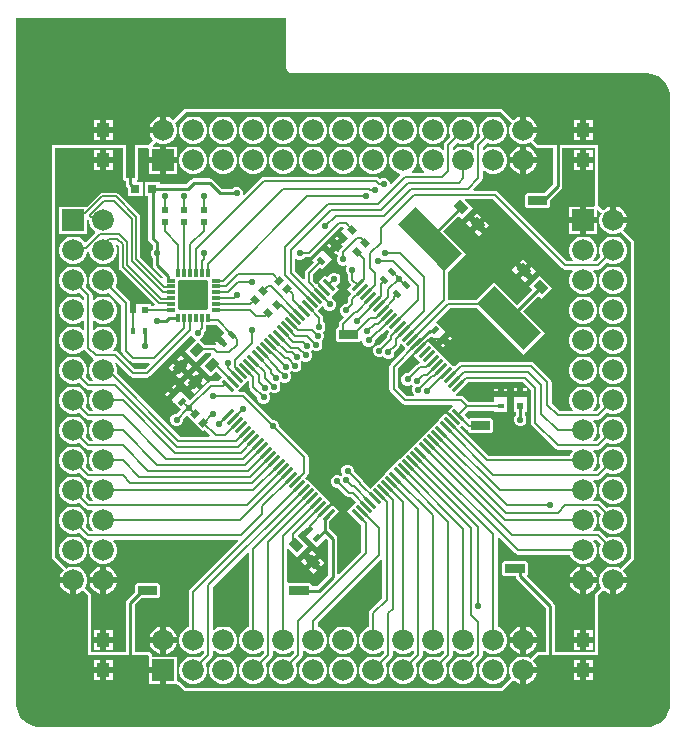
<source format=gtl>
G04*
G04 #@! TF.GenerationSoftware,Altium Limited,Altium Designer,22.8.2 (66)*
G04*
G04 Layer_Physical_Order=1*
G04 Layer_Color=255*
%FSLAX25Y25*%
%MOIN*%
G70*
G04*
G04 #@! TF.SameCoordinates,5222FF82-13DF-4D67-8A3D-296B4DE4B60E*
G04*
G04*
G04 #@! TF.FilePolarity,Positive*
G04*
G01*
G75*
%ADD10C,0.01000*%
%ADD11C,0.00500*%
G04:AMPARAMS|DCode=34|XSize=27.17mil|YSize=11.02mil|CornerRadius=1.38mil|HoleSize=0mil|Usage=FLASHONLY|Rotation=90.000|XOffset=0mil|YOffset=0mil|HoleType=Round|Shape=RoundedRectangle|*
%AMROUNDEDRECTD34*
21,1,0.02717,0.00827,0,0,90.0*
21,1,0.02441,0.01102,0,0,90.0*
1,1,0.00276,0.00413,0.01221*
1,1,0.00276,0.00413,-0.01221*
1,1,0.00276,-0.00413,-0.01221*
1,1,0.00276,-0.00413,0.01221*
%
%ADD34ROUNDEDRECTD34*%
G04:AMPARAMS|DCode=35|XSize=27.17mil|YSize=11.02mil|CornerRadius=1.38mil|HoleSize=0mil|Usage=FLASHONLY|Rotation=180.000|XOffset=0mil|YOffset=0mil|HoleType=Round|Shape=RoundedRectangle|*
%AMROUNDEDRECTD35*
21,1,0.02717,0.00827,0,0,180.0*
21,1,0.02441,0.01102,0,0,180.0*
1,1,0.00276,-0.01221,0.00413*
1,1,0.00276,0.01221,0.00413*
1,1,0.00276,0.01221,-0.00413*
1,1,0.00276,-0.01221,-0.00413*
%
%ADD35ROUNDEDRECTD35*%
G04:AMPARAMS|DCode=36|XSize=98.43mil|YSize=98.43mil|CornerRadius=2.46mil|HoleSize=0mil|Usage=FLASHONLY|Rotation=270.000|XOffset=0mil|YOffset=0mil|HoleType=Round|Shape=RoundedRectangle|*
%AMROUNDEDRECTD36*
21,1,0.09843,0.09350,0,0,270.0*
21,1,0.09350,0.09843,0,0,270.0*
1,1,0.00492,-0.04675,-0.04675*
1,1,0.00492,-0.04675,0.04675*
1,1,0.00492,0.04675,0.04675*
1,1,0.00492,0.04675,-0.04675*
%
%ADD36ROUNDEDRECTD36*%
%ADD37R,0.02953X0.02756*%
G04:AMPARAMS|DCode=38|XSize=17.72mil|YSize=23.62mil|CornerRadius=0mil|HoleSize=0mil|Usage=FLASHONLY|Rotation=315.000|XOffset=0mil|YOffset=0mil|HoleType=Round|Shape=Rectangle|*
%AMROTATEDRECTD38*
4,1,4,-0.01462,-0.00209,0.00209,0.01462,0.01462,0.00209,-0.00209,-0.01462,-0.01462,-0.00209,0.0*
%
%ADD38ROTATEDRECTD38*%

%ADD39R,0.04331X0.04724*%
G04:AMPARAMS|DCode=40|XSize=19.68mil|YSize=23.62mil|CornerRadius=0mil|HoleSize=0mil|Usage=FLASHONLY|Rotation=135.000|XOffset=0mil|YOffset=0mil|HoleType=Round|Shape=Rectangle|*
%AMROTATEDRECTD40*
4,1,4,0.01531,0.00139,-0.00139,-0.01531,-0.01531,-0.00139,0.00139,0.01531,0.01531,0.00139,0.0*
%
%ADD40ROTATEDRECTD40*%

G04:AMPARAMS|DCode=41|XSize=39.37mil|YSize=31.5mil|CornerRadius=0mil|HoleSize=0mil|Usage=FLASHONLY|Rotation=45.000|XOffset=0mil|YOffset=0mil|HoleType=Round|Shape=Rectangle|*
%AMROTATEDRECTD41*
4,1,4,-0.00278,-0.02506,-0.02506,-0.00278,0.00278,0.02506,0.02506,0.00278,-0.00278,-0.02506,0.0*
%
%ADD41ROTATEDRECTD41*%

G04:AMPARAMS|DCode=42|XSize=17.72mil|YSize=23.62mil|CornerRadius=0mil|HoleSize=0mil|Usage=FLASHONLY|Rotation=45.000|XOffset=0mil|YOffset=0mil|HoleType=Round|Shape=Rectangle|*
%AMROTATEDRECTD42*
4,1,4,0.00209,-0.01462,-0.01462,0.00209,-0.00209,0.01462,0.01462,-0.00209,0.00209,-0.01462,0.0*
%
%ADD42ROTATEDRECTD42*%

G04:AMPARAMS|DCode=43|XSize=39.37mil|YSize=31.5mil|CornerRadius=0mil|HoleSize=0mil|Usage=FLASHONLY|Rotation=315.000|XOffset=0mil|YOffset=0mil|HoleType=Round|Shape=Rectangle|*
%AMROTATEDRECTD43*
4,1,4,-0.02506,0.00278,-0.00278,0.02506,0.02506,-0.00278,0.00278,-0.02506,-0.02506,0.00278,0.0*
%
%ADD43ROTATEDRECTD43*%

G04:AMPARAMS|DCode=44|XSize=220mil|YSize=83mil|CornerRadius=0mil|HoleSize=0mil|Usage=FLASHONLY|Rotation=135.000|XOffset=0mil|YOffset=0mil|HoleType=Round|Shape=Rectangle|*
%AMROTATEDRECTD44*
4,1,4,0.10713,-0.04844,0.04844,-0.10713,-0.10713,0.04844,-0.04844,0.10713,0.10713,-0.04844,0.0*
%
%ADD44ROTATEDRECTD44*%

%ADD45R,0.02362X0.01772*%
%ADD46R,0.02362X0.01968*%
G04:AMPARAMS|DCode=47|XSize=19.68mil|YSize=23.62mil|CornerRadius=0mil|HoleSize=0mil|Usage=FLASHONLY|Rotation=225.000|XOffset=0mil|YOffset=0mil|HoleType=Round|Shape=Rectangle|*
%AMROTATEDRECTD47*
4,1,4,-0.00139,0.01531,0.01531,-0.00139,0.00139,-0.01531,-0.01531,0.00139,-0.00139,0.01531,0.0*
%
%ADD47ROTATEDRECTD47*%

%ADD48R,0.01772X0.02362*%
G04:AMPARAMS|DCode=49|XSize=11.81mil|YSize=47.24mil|CornerRadius=0mil|HoleSize=0mil|Usage=FLASHONLY|Rotation=225.000|XOffset=0mil|YOffset=0mil|HoleType=Round|Shape=Rectangle|*
%AMROTATEDRECTD49*
4,1,4,-0.01253,0.02088,0.02088,-0.01253,0.01253,-0.02088,-0.02088,0.01253,-0.01253,0.02088,0.0*
%
%ADD49ROTATEDRECTD49*%

G04:AMPARAMS|DCode=50|XSize=11.81mil|YSize=47.24mil|CornerRadius=0mil|HoleSize=0mil|Usage=FLASHONLY|Rotation=315.000|XOffset=0mil|YOffset=0mil|HoleType=Round|Shape=Rectangle|*
%AMROTATEDRECTD50*
4,1,4,-0.02088,-0.01253,0.01253,0.02088,0.02088,0.01253,-0.01253,-0.02088,-0.02088,-0.01253,0.0*
%
%ADD50ROTATEDRECTD50*%

%ADD51R,0.01968X0.02362*%
%ADD52C,0.00800*%
%ADD53C,0.00600*%
%ADD54C,0.07200*%
%ADD55R,0.07200X0.07200*%
%ADD56R,0.07200X0.07200*%
%ADD57C,0.02165*%
G36*
X91961Y222000D02*
X92116Y221220D01*
X92558Y220558D01*
X93220Y220116D01*
X94000Y219961D01*
X212000D01*
X212093Y219979D01*
X213559Y219835D01*
X215057Y219380D01*
X216438Y218642D01*
X217649Y217649D01*
X218642Y216438D01*
X219380Y215057D01*
X219835Y213559D01*
X219979Y212093D01*
X219961Y212000D01*
X219961Y110000D01*
Y10000D01*
X219979Y9907D01*
X219835Y8442D01*
X219380Y6943D01*
X218642Y5562D01*
X217649Y4351D01*
X216438Y3358D01*
X215057Y2620D01*
X213559Y2165D01*
X212093Y2021D01*
X212000Y2039D01*
X10498Y2039D01*
X10000Y2039D01*
X9509Y2060D01*
X8442Y2165D01*
X6943Y2620D01*
X5562Y3358D01*
X4351Y4351D01*
X3358Y5562D01*
X2620Y6943D01*
X2165Y8442D01*
X2060Y9509D01*
X2039Y10000D01*
X2039Y10000D01*
X2039Y10493D01*
Y110185D01*
X2039Y222000D01*
Y238461D01*
X91961D01*
Y222000D01*
D02*
G37*
%LPC*%
G36*
X164000Y208000D02*
X58000D01*
X54253Y204253D01*
X53825Y204681D01*
X52776Y205287D01*
X52000Y205494D01*
Y201000D01*
X51000D01*
Y200000D01*
X46506D01*
X46714Y199224D01*
X47319Y198176D01*
X47747Y197747D01*
X46000Y196000D01*
X41500D01*
Y185000D01*
X38500D01*
Y196000D01*
X14000D01*
Y110000D01*
Y58159D01*
X17827Y54332D01*
X17319Y53825D01*
X16714Y52776D01*
X16506Y52000D01*
X21000D01*
Y51000D01*
X22000D01*
Y46506D01*
X22775Y46714D01*
X23824Y47319D01*
X24332Y47827D01*
X26000Y46159D01*
Y26000D01*
X46081D01*
X46400Y25600D01*
X46400Y25600D01*
X46400D01*
X46400Y25600D01*
Y22000D01*
X51000D01*
Y21000D01*
X52000D01*
Y16400D01*
X55600D01*
X55600Y16400D01*
Y16400D01*
X55996Y16162D01*
X58159Y14000D01*
X164000D01*
X167747Y17747D01*
X168175Y17319D01*
X169225Y16714D01*
X170000Y16506D01*
Y21000D01*
X171000D01*
Y22000D01*
X175494D01*
X175286Y22775D01*
X174681Y23824D01*
X174253Y24253D01*
X176000Y26000D01*
X196000D01*
Y46000D01*
X197747Y47747D01*
X198176Y47319D01*
X199224Y46714D01*
X200000Y46506D01*
Y51000D01*
X201000D01*
Y52000D01*
X205494D01*
X205287Y52776D01*
X204681Y53825D01*
X204253Y54253D01*
X208000Y58000D01*
Y110000D01*
Y164000D01*
X204253Y167747D01*
X204681Y168175D01*
X205287Y169225D01*
X205494Y170000D01*
X201000D01*
Y171000D01*
X200000D01*
Y175494D01*
X199224Y175286D01*
X198176Y174681D01*
X197747Y174253D01*
X196000Y176000D01*
Y196000D01*
X176000D01*
X174253Y197747D01*
X174681Y198176D01*
X175286Y199224D01*
X175494Y200000D01*
X171000D01*
Y201000D01*
X170000D01*
Y205494D01*
X169225Y205287D01*
X168175Y204681D01*
X167747Y204253D01*
X164000Y208000D01*
D02*
G37*
G36*
X194165Y204362D02*
X192000D01*
Y202000D01*
X194165D01*
Y204362D01*
D02*
G37*
G36*
X34165D02*
X32000D01*
Y202000D01*
X34165D01*
Y204362D01*
D02*
G37*
G36*
X172000Y205494D02*
Y202000D01*
X175494D01*
X175286Y202776D01*
X174681Y203824D01*
X173825Y204681D01*
X172775Y205287D01*
X172000Y205494D01*
D02*
G37*
G36*
X50000D02*
X49224Y205287D01*
X48175Y204681D01*
X47319Y203824D01*
X46714Y202776D01*
X46506Y202000D01*
X50000D01*
Y205494D01*
D02*
G37*
G36*
X190000Y204362D02*
X187835D01*
Y202000D01*
X190000D01*
Y204362D01*
D02*
G37*
G36*
X30000D02*
X27835D01*
Y202000D01*
X30000D01*
Y204362D01*
D02*
G37*
G36*
X194165Y200000D02*
X192000D01*
Y197638D01*
X194165D01*
Y200000D01*
D02*
G37*
G36*
X190000D02*
X187835D01*
Y197638D01*
X190000D01*
Y200000D01*
D02*
G37*
G36*
X34165D02*
X32000D01*
Y197638D01*
X34165D01*
Y200000D01*
D02*
G37*
G36*
X30000D02*
X27835D01*
Y197638D01*
X30000D01*
Y200000D01*
D02*
G37*
G36*
X202000Y175494D02*
Y172000D01*
X205494D01*
X205287Y172775D01*
X204681Y173825D01*
X203824Y174681D01*
X202776Y175286D01*
X202000Y175494D01*
D02*
G37*
G36*
X205494Y50000D02*
X202000D01*
Y46506D01*
X202776Y46714D01*
X203824Y47319D01*
X204681Y48175D01*
X205287Y49224D01*
X205494Y50000D01*
D02*
G37*
G36*
X20000D02*
X16506D01*
X16714Y49224D01*
X17319Y48175D01*
X18176Y47319D01*
X19225Y46714D01*
X20000Y46506D01*
Y50000D01*
D02*
G37*
G36*
X194165Y24362D02*
X192000D01*
Y22000D01*
X194165D01*
Y24362D01*
D02*
G37*
G36*
X34165D02*
X32000D01*
Y22000D01*
X34165D01*
Y24362D01*
D02*
G37*
G36*
X190000D02*
X187835D01*
Y22000D01*
X190000D01*
Y24362D01*
D02*
G37*
G36*
X30000D02*
X27835D01*
Y22000D01*
X30000D01*
Y24362D01*
D02*
G37*
G36*
X194165Y20000D02*
X192000D01*
Y17638D01*
X194165D01*
Y20000D01*
D02*
G37*
G36*
X190000D02*
X187835D01*
Y17638D01*
X190000D01*
Y20000D01*
D02*
G37*
G36*
X34165D02*
X32000D01*
Y17638D01*
X34165D01*
Y20000D01*
D02*
G37*
G36*
X30000D02*
X27835D01*
Y17638D01*
X30000D01*
Y20000D01*
D02*
G37*
G36*
X175494D02*
X172000D01*
Y16506D01*
X172775Y16714D01*
X173825Y17319D01*
X174681Y18176D01*
X175286Y19225D01*
X175494Y20000D01*
D02*
G37*
G36*
X50000D02*
X46400D01*
Y16400D01*
X50000D01*
Y20000D01*
D02*
G37*
%LPD*%
G36*
X167026Y203532D02*
X167116Y203472D01*
X166714Y202776D01*
X166400Y201606D01*
Y200394D01*
X166714Y199224D01*
X167319Y198176D01*
X168175Y197319D01*
X169225Y196713D01*
X170394Y196400D01*
X171606D01*
X172775Y196713D01*
X173472Y197116D01*
X173532Y197026D01*
X175279Y195279D01*
X175610Y195058D01*
X176000Y194980D01*
X180971D01*
Y183133D01*
X177857Y180020D01*
X172500D01*
X172110Y179942D01*
X171779Y179721D01*
X171558Y179390D01*
X171480Y179000D01*
Y176000D01*
X171558Y175610D01*
X171779Y175279D01*
X172110Y175058D01*
X172500Y174980D01*
X179000D01*
X179390Y175058D01*
X179721Y175279D01*
X179942Y175610D01*
X180020Y176000D01*
Y177857D01*
X183581Y181419D01*
X183913Y181915D01*
X184029Y182500D01*
Y194980D01*
X194980D01*
Y176000D01*
X194550Y175600D01*
X192000D01*
Y172000D01*
X195600D01*
Y174305D01*
X196062Y174496D01*
X197026Y173532D01*
X197116Y173472D01*
X196713Y172775D01*
X196400Y171606D01*
Y170394D01*
X196713Y169225D01*
X197319Y168175D01*
X198176Y167319D01*
X199224Y166714D01*
X200394Y166400D01*
X201606D01*
X202776Y166714D01*
X203472Y167116D01*
X203532Y167026D01*
X206980Y163578D01*
Y112500D01*
Y110000D01*
Y58422D01*
X203532Y54974D01*
X203472Y54884D01*
X202776Y55287D01*
X201606Y55600D01*
X200394D01*
X199224Y55287D01*
X198176Y54681D01*
X197319Y53825D01*
X196713Y52776D01*
X196400Y51606D01*
Y50394D01*
X196713Y49224D01*
X197116Y48528D01*
X197026Y48468D01*
X195279Y46721D01*
X195058Y46390D01*
X194980Y46000D01*
Y27020D01*
X181529D01*
Y42500D01*
X181413Y43085D01*
X181081Y43581D01*
X172191Y52472D01*
X172221Y52779D01*
X172442Y53110D01*
X172520Y53500D01*
Y56500D01*
X172442Y56890D01*
X172221Y57221D01*
X171890Y57442D01*
X171500Y57520D01*
X165000D01*
X164610Y57442D01*
X164279Y57221D01*
X164058Y56890D01*
X163980Y56500D01*
Y53500D01*
X164058Y53110D01*
X164279Y52779D01*
X164610Y52558D01*
X165000Y52480D01*
X168474D01*
X168587Y51915D01*
X168919Y51419D01*
X178471Y41866D01*
Y27020D01*
X176000D01*
X175610Y26942D01*
X175279Y26721D01*
X173532Y24974D01*
X173472Y24884D01*
X172775Y25286D01*
X171606Y25600D01*
X170394D01*
X169225Y25286D01*
X168175Y24681D01*
X167319Y23824D01*
X166714Y22775D01*
X166400Y21606D01*
Y20394D01*
X166714Y19225D01*
X167116Y18528D01*
X167026Y18468D01*
X163578Y15020D01*
X58581D01*
X56717Y16883D01*
X56613Y16953D01*
X56521Y17037D01*
X56124Y17274D01*
X56053Y17300D01*
X55990Y17342D01*
X55867Y17366D01*
X55750Y17409D01*
X55600Y17881D01*
Y25600D01*
X47420D01*
X47392Y25740D01*
X47380Y25882D01*
X47370Y25901D01*
X47367Y25922D01*
X47349Y25954D01*
X47342Y25990D01*
X47263Y26109D01*
X47197Y26236D01*
X46878Y26636D01*
X46834Y26673D01*
X46802Y26721D01*
X46683Y26800D01*
X46574Y26892D01*
X46519Y26910D01*
X46471Y26942D01*
X46331Y26970D01*
X46195Y27013D01*
X46138Y27008D01*
X46081Y27020D01*
X41529D01*
Y42867D01*
X43643Y44980D01*
X49000D01*
X49390Y45058D01*
X49721Y45279D01*
X49942Y45610D01*
X50020Y46000D01*
Y49000D01*
X49942Y49390D01*
X49721Y49721D01*
X49390Y49942D01*
X49000Y50020D01*
X42500D01*
X42110Y49942D01*
X41779Y49721D01*
X41558Y49390D01*
X41480Y49000D01*
Y47143D01*
X38919Y44581D01*
X38587Y44085D01*
X38471Y43500D01*
Y27020D01*
X27020D01*
Y46159D01*
X26942Y46549D01*
X26721Y46880D01*
X25053Y48548D01*
X24939Y48623D01*
X25286Y49224D01*
X25600Y50394D01*
Y51606D01*
X25286Y52776D01*
X24681Y53825D01*
X23824Y54681D01*
X22775Y55287D01*
X21606Y55600D01*
X20394D01*
X19225Y55287D01*
X18623Y54940D01*
X18548Y55053D01*
X15020Y58581D01*
Y112500D01*
Y194980D01*
X37480D01*
Y185000D01*
X37558Y184610D01*
X37779Y184279D01*
X38110Y184058D01*
X38471Y183986D01*
Y183146D01*
X38587Y182560D01*
X38919Y182064D01*
X39169Y181814D01*
Y179122D01*
X44122D01*
Y183878D01*
X42509D01*
X42404Y184024D01*
X42287Y184378D01*
X42442Y184610D01*
X42520Y185000D01*
Y194980D01*
X46000D01*
X46400Y194550D01*
Y192000D01*
X50000D01*
Y195600D01*
X47695D01*
X47504Y196062D01*
X48468Y197026D01*
X48528Y197116D01*
X49224Y196713D01*
X50394Y196400D01*
X51606D01*
X52776Y196713D01*
X53825Y197319D01*
X54681Y198176D01*
X55287Y199224D01*
X55600Y200394D01*
Y201606D01*
X55287Y202776D01*
X54884Y203472D01*
X54974Y203532D01*
X58422Y206980D01*
X163578D01*
X167026Y203532D01*
D02*
G37*
G36*
X179000Y176000D02*
X172500D01*
Y179000D01*
X179000D01*
Y176000D01*
D02*
G37*
G36*
X171500Y53500D02*
X165000D01*
Y56500D01*
X171500D01*
Y53500D01*
D02*
G37*
G36*
X49000Y46000D02*
X42500D01*
Y49000D01*
X49000D01*
Y46000D01*
D02*
G37*
%LPC*%
G36*
X161606Y205600D02*
X160394D01*
X159224Y205287D01*
X158176Y204681D01*
X157319Y203824D01*
X156713Y202776D01*
X156400Y201606D01*
Y200394D01*
X156713Y199224D01*
X156894Y198912D01*
X154991Y197009D01*
X154681Y196546D01*
X154573Y196000D01*
X154573Y196000D01*
Y194586D01*
X154111Y194395D01*
X153824Y194681D01*
X152776Y195287D01*
X151606Y195600D01*
X150394D01*
X149224Y195287D01*
X148176Y194681D01*
X147889Y194395D01*
X147427Y194586D01*
Y195409D01*
X148912Y196894D01*
X149224Y196713D01*
X150394Y196400D01*
X151606D01*
X152776Y196713D01*
X153824Y197319D01*
X154681Y198176D01*
X155287Y199224D01*
X155600Y200394D01*
Y201606D01*
X155287Y202776D01*
X154681Y203824D01*
X153824Y204681D01*
X152776Y205287D01*
X151606Y205600D01*
X150394D01*
X149224Y205287D01*
X148176Y204681D01*
X147319Y203824D01*
X146713Y202776D01*
X146400Y201606D01*
Y200394D01*
X146713Y199224D01*
X146894Y198912D01*
X144991Y197009D01*
X144681Y196546D01*
X144573Y196000D01*
X144573Y196000D01*
Y194586D01*
X144111Y194395D01*
X143825Y194681D01*
X142775Y195287D01*
X141606Y195600D01*
X140394D01*
X139225Y195287D01*
X138175Y194681D01*
X137319Y193825D01*
X136714Y192775D01*
X136400Y191606D01*
Y190394D01*
X136714Y189225D01*
X137319Y188175D01*
X138067Y187427D01*
X137914Y186927D01*
X134086D01*
X133933Y187427D01*
X134681Y188175D01*
X135286Y189225D01*
X135600Y190394D01*
Y191606D01*
X135286Y192775D01*
X134681Y193825D01*
X133825Y194681D01*
X132775Y195287D01*
X131606Y195600D01*
X130394D01*
X129225Y195287D01*
X128175Y194681D01*
X127319Y193825D01*
X126714Y192775D01*
X126400Y191606D01*
Y190394D01*
X126714Y189225D01*
X127319Y188175D01*
X128175Y187319D01*
X129225Y186714D01*
X129901Y186532D01*
X130031Y186049D01*
X127045Y183063D01*
X126583Y183255D01*
Y183414D01*
X126266Y184180D01*
X125680Y184766D01*
X124914Y185083D01*
X124086D01*
X123320Y184766D01*
X123253D01*
X123009Y185009D01*
X122546Y185319D01*
X122000Y185427D01*
X122000Y185427D01*
X84500D01*
X84500Y185427D01*
X83954Y185319D01*
X83491Y185009D01*
X83491Y185009D01*
X78083Y179601D01*
X77583Y179808D01*
Y180414D01*
X77266Y181180D01*
X76680Y181766D01*
X75914Y182083D01*
X75086D01*
X74320Y181766D01*
X74084Y181529D01*
X70634D01*
X67581Y184581D01*
X67085Y184913D01*
X66500Y185029D01*
X61212D01*
X60627Y184913D01*
X60131Y184581D01*
X58579Y183029D01*
X49831D01*
Y183878D01*
X44878D01*
Y179122D01*
X45971D01*
Y165000D01*
X46087Y164415D01*
X46419Y163919D01*
X47471Y162866D01*
Y161416D01*
X47234Y161180D01*
X46917Y160414D01*
Y159586D01*
X47234Y158820D01*
X47471Y158584D01*
Y156000D01*
X47587Y155415D01*
X47919Y154919D01*
X50889Y151948D01*
X50856Y151783D01*
X50314Y151619D01*
X43275Y158658D01*
Y172121D01*
X43178Y172609D01*
X42901Y173022D01*
X36022Y179901D01*
X35609Y180177D01*
X35121Y180274D01*
X30727D01*
X30239Y180177D01*
X29826Y179901D01*
X25525Y175600D01*
X16400D01*
Y166400D01*
X25600D01*
Y170995D01*
X26066Y171211D01*
X26400Y170982D01*
Y170394D01*
X26713Y169225D01*
X27319Y168175D01*
X28176Y167319D01*
X28305Y167244D01*
X28370Y166749D01*
X25251Y163630D01*
X24756Y163695D01*
X24681Y163824D01*
X23824Y164681D01*
X22775Y165287D01*
X21606Y165600D01*
X20394D01*
X19225Y165287D01*
X18176Y164681D01*
X17319Y163824D01*
X16714Y162776D01*
X16400Y161606D01*
Y160394D01*
X16714Y159224D01*
X17319Y158176D01*
X18176Y157319D01*
X19225Y156713D01*
X20394Y156400D01*
X21606D01*
X22775Y156713D01*
X23824Y157319D01*
X24681Y158176D01*
X25286Y159224D01*
X25600Y160394D01*
Y160428D01*
X25931Y160597D01*
X26138Y160507D01*
X26414Y160340D01*
X26713Y159224D01*
X27319Y158176D01*
X28176Y157319D01*
X29225Y156713D01*
X30394Y156400D01*
X31606D01*
X32776Y156713D01*
X33825Y157319D01*
X34681Y158176D01*
X35287Y159224D01*
X35600Y160394D01*
Y161606D01*
X35313Y162678D01*
X35576Y162904D01*
X35727Y162971D01*
X36226Y162472D01*
Y155379D01*
X36323Y154891D01*
X36599Y154478D01*
X48108Y142968D01*
X47917Y142506D01*
X46984D01*
Y143181D01*
X43016D01*
Y143181D01*
X42984D01*
Y143181D01*
X42000D01*
Y141000D01*
X40000D01*
Y143432D01*
X39927Y143500D01*
X39819Y144046D01*
X39509Y144509D01*
X39509Y144509D01*
X35106Y148912D01*
X35287Y149224D01*
X35600Y150394D01*
Y151606D01*
X35287Y152776D01*
X34681Y153824D01*
X33825Y154681D01*
X32776Y155287D01*
X31606Y155600D01*
X30394D01*
X29225Y155287D01*
X28176Y154681D01*
X27319Y153824D01*
X26713Y152776D01*
X26400Y151606D01*
Y150394D01*
X26713Y149224D01*
X27319Y148176D01*
X28176Y147319D01*
X29225Y146713D01*
X30394Y146400D01*
X31606D01*
X32776Y146713D01*
X33088Y146894D01*
X37073Y142909D01*
Y127500D01*
X37073Y127500D01*
X37181Y126954D01*
X37491Y126491D01*
X39991Y123991D01*
X39991Y123991D01*
X40454Y123681D01*
X41000Y123573D01*
X46401D01*
X46592Y123111D01*
X44909Y121427D01*
X41591D01*
X36009Y127009D01*
X35546Y127319D01*
X35000Y127427D01*
X35000Y127427D01*
X34586D01*
X34395Y127889D01*
X34681Y128175D01*
X35287Y129225D01*
X35600Y130394D01*
Y131606D01*
X35287Y132775D01*
X34681Y133825D01*
X33825Y134681D01*
X32776Y135286D01*
X31606Y135600D01*
X30394D01*
X29225Y135286D01*
X28176Y134681D01*
X27889Y134395D01*
X27427Y134586D01*
Y137414D01*
X27889Y137605D01*
X28176Y137319D01*
X29225Y136714D01*
X30394Y136400D01*
X31606D01*
X32776Y136714D01*
X33825Y137319D01*
X34681Y138175D01*
X35287Y139225D01*
X35600Y140394D01*
Y141606D01*
X35287Y142775D01*
X34681Y143825D01*
X33825Y144681D01*
X32776Y145287D01*
X31606Y145600D01*
X30394D01*
X29225Y145287D01*
X28176Y144681D01*
X27889Y144395D01*
X27427Y144586D01*
Y146000D01*
X27427Y146000D01*
X27319Y146546D01*
X27009Y147009D01*
X27009Y147009D01*
X25106Y148912D01*
X25286Y149224D01*
X25600Y150394D01*
Y151606D01*
X25286Y152776D01*
X24681Y153824D01*
X23824Y154681D01*
X22775Y155287D01*
X21606Y155600D01*
X20394D01*
X19225Y155287D01*
X18176Y154681D01*
X17319Y153824D01*
X16714Y152776D01*
X16400Y151606D01*
Y150394D01*
X16714Y149224D01*
X17319Y148176D01*
X18176Y147319D01*
X19225Y146713D01*
X20394Y146400D01*
X21606D01*
X22775Y146713D01*
X23088Y146894D01*
X24573Y145409D01*
Y144586D01*
X24111Y144395D01*
X23824Y144681D01*
X22775Y145287D01*
X21606Y145600D01*
X20394D01*
X19225Y145287D01*
X18176Y144681D01*
X17319Y143825D01*
X16714Y142775D01*
X16400Y141606D01*
Y140394D01*
X16714Y139225D01*
X17319Y138175D01*
X18176Y137319D01*
X19225Y136714D01*
X20394Y136400D01*
X21606D01*
X22775Y136714D01*
X23824Y137319D01*
X24111Y137605D01*
X24573Y137414D01*
Y134586D01*
X24111Y134395D01*
X23824Y134681D01*
X22775Y135286D01*
X21606Y135600D01*
X20394D01*
X19225Y135286D01*
X18176Y134681D01*
X17319Y133825D01*
X16714Y132775D01*
X16400Y131606D01*
Y130394D01*
X16714Y129225D01*
X17319Y128175D01*
X18176Y127319D01*
X19225Y126714D01*
X20394Y126400D01*
X21606D01*
X22775Y126714D01*
X23824Y127319D01*
X24251Y127746D01*
X24875Y127663D01*
X24991Y127491D01*
X27491Y124991D01*
X27491Y124991D01*
X27663Y124875D01*
X27758Y124540D01*
X27746Y124251D01*
X27319Y123825D01*
X26713Y122775D01*
X26400Y121606D01*
Y120394D01*
X26713Y119225D01*
X27319Y118175D01*
X27605Y117889D01*
X27414Y117427D01*
X26591D01*
X25106Y118912D01*
X25286Y119225D01*
X25600Y120394D01*
Y121606D01*
X25286Y122775D01*
X24681Y123825D01*
X23824Y124681D01*
X22775Y125286D01*
X21606Y125600D01*
X20394D01*
X19225Y125286D01*
X18176Y124681D01*
X17319Y123825D01*
X16714Y122775D01*
X16400Y121606D01*
Y120394D01*
X16714Y119225D01*
X17319Y118175D01*
X18176Y117319D01*
X19225Y116714D01*
X20394Y116400D01*
X21606D01*
X22775Y116714D01*
X23088Y116894D01*
X24991Y114991D01*
X24991Y114991D01*
X25454Y114681D01*
X26000Y114573D01*
X26000Y114573D01*
X27414D01*
X27605Y114111D01*
X27319Y113824D01*
X26713Y112776D01*
X26400Y111606D01*
Y110394D01*
X26713Y109224D01*
X27319Y108176D01*
X27605Y107889D01*
X27414Y107427D01*
X26591D01*
X25106Y108912D01*
X25286Y109224D01*
X25600Y110394D01*
Y111606D01*
X25286Y112776D01*
X24681Y113824D01*
X23824Y114681D01*
X22775Y115287D01*
X21606Y115600D01*
X20394D01*
X19225Y115287D01*
X18176Y114681D01*
X17319Y113824D01*
X16714Y112776D01*
X16400Y111606D01*
Y110394D01*
X16714Y109224D01*
X17319Y108176D01*
X18176Y107319D01*
X19225Y106713D01*
X20394Y106400D01*
X21606D01*
X22775Y106713D01*
X23088Y106894D01*
X24991Y104991D01*
X24991Y104991D01*
X25454Y104681D01*
X26000Y104573D01*
X26000Y104573D01*
X27414D01*
X27605Y104111D01*
X27319Y103824D01*
X26713Y102776D01*
X26400Y101606D01*
Y100394D01*
X26713Y99225D01*
X27319Y98176D01*
X27605Y97889D01*
X27414Y97427D01*
X26591D01*
X25106Y98912D01*
X25286Y99225D01*
X25600Y100394D01*
Y101606D01*
X25286Y102776D01*
X24681Y103824D01*
X23824Y104681D01*
X22775Y105287D01*
X21606Y105600D01*
X20394D01*
X19225Y105287D01*
X18176Y104681D01*
X17319Y103824D01*
X16714Y102776D01*
X16400Y101606D01*
Y100394D01*
X16714Y99225D01*
X17319Y98176D01*
X18176Y97319D01*
X19225Y96714D01*
X20394Y96400D01*
X21606D01*
X22775Y96714D01*
X23088Y96894D01*
X24991Y94991D01*
X24991Y94991D01*
X25454Y94681D01*
X26000Y94573D01*
X26000Y94573D01*
X27414D01*
X27605Y94111D01*
X27319Y93824D01*
X26713Y92775D01*
X26400Y91606D01*
Y90394D01*
X26713Y89224D01*
X27319Y88175D01*
X27605Y87889D01*
X27414Y87427D01*
X26591D01*
X25106Y88912D01*
X25286Y89224D01*
X25600Y90394D01*
Y91606D01*
X25286Y92775D01*
X24681Y93824D01*
X23824Y94681D01*
X22775Y95287D01*
X21606Y95600D01*
X20394D01*
X19225Y95287D01*
X18176Y94681D01*
X17319Y93824D01*
X16714Y92775D01*
X16400Y91606D01*
Y90394D01*
X16714Y89224D01*
X17319Y88175D01*
X18176Y87319D01*
X19225Y86713D01*
X20394Y86400D01*
X21606D01*
X22775Y86713D01*
X23088Y86894D01*
X24991Y84991D01*
X24991Y84991D01*
X25454Y84681D01*
X26000Y84573D01*
X26000Y84573D01*
X27414D01*
X27605Y84111D01*
X27319Y83824D01*
X26713Y82775D01*
X26400Y81606D01*
Y80394D01*
X26713Y79224D01*
X27319Y78175D01*
X27605Y77889D01*
X27414Y77427D01*
X26591D01*
X25106Y78912D01*
X25286Y79224D01*
X25600Y80394D01*
Y81606D01*
X25286Y82775D01*
X24681Y83824D01*
X23824Y84681D01*
X22775Y85286D01*
X21606Y85600D01*
X20394D01*
X19225Y85286D01*
X18176Y84681D01*
X17319Y83824D01*
X16714Y82775D01*
X16400Y81606D01*
Y80394D01*
X16714Y79224D01*
X17319Y78175D01*
X18176Y77319D01*
X19225Y76714D01*
X20394Y76400D01*
X21606D01*
X22775Y76714D01*
X23088Y76894D01*
X24991Y74991D01*
X24991Y74991D01*
X25454Y74681D01*
X26000Y74573D01*
X26000Y74573D01*
X27414D01*
X27605Y74111D01*
X27319Y73825D01*
X26713Y72776D01*
X26400Y71606D01*
Y70394D01*
X26713Y69225D01*
X27319Y68176D01*
X27605Y67889D01*
X27414Y67427D01*
X26591D01*
X25106Y68912D01*
X25286Y69225D01*
X25600Y70394D01*
Y71606D01*
X25286Y72776D01*
X24681Y73825D01*
X23824Y74681D01*
X22775Y75287D01*
X21606Y75600D01*
X20394D01*
X19225Y75287D01*
X18176Y74681D01*
X17319Y73825D01*
X16714Y72776D01*
X16400Y71606D01*
Y70394D01*
X16714Y69225D01*
X17319Y68176D01*
X18176Y67319D01*
X19225Y66714D01*
X20394Y66400D01*
X21606D01*
X22775Y66714D01*
X23088Y66894D01*
X24991Y64991D01*
X24991Y64991D01*
X25454Y64681D01*
X26000Y64573D01*
X26000Y64573D01*
X27414D01*
X27605Y64111D01*
X27319Y63824D01*
X26713Y62775D01*
X26400Y61606D01*
Y60394D01*
X26713Y59224D01*
X27319Y58175D01*
X28176Y57319D01*
X29225Y56713D01*
X30394Y56400D01*
X31606D01*
X32776Y56713D01*
X33825Y57319D01*
X34681Y58175D01*
X35287Y59224D01*
X35600Y60394D01*
Y61606D01*
X35287Y62775D01*
X34681Y63824D01*
X34395Y64111D01*
X34586Y64573D01*
X75820D01*
X76011Y64111D01*
X59991Y48090D01*
X59681Y47627D01*
X59573Y47081D01*
X59573Y47080D01*
Y35380D01*
X59224Y35287D01*
X58175Y34681D01*
X57319Y33825D01*
X56713Y32776D01*
X56400Y31606D01*
Y30394D01*
X56713Y29225D01*
X57319Y28176D01*
X58175Y27319D01*
X59224Y26713D01*
X60394Y26400D01*
X61606D01*
X62775Y26713D01*
X63824Y27319D01*
X64111Y27605D01*
X64573Y27414D01*
Y26591D01*
X63088Y25106D01*
X62775Y25286D01*
X61606Y25600D01*
X60394D01*
X59224Y25286D01*
X58175Y24681D01*
X57319Y23824D01*
X56713Y22775D01*
X56400Y21606D01*
Y20394D01*
X56713Y19225D01*
X57319Y18176D01*
X58175Y17319D01*
X59224Y16714D01*
X60394Y16400D01*
X61606D01*
X62775Y16714D01*
X63824Y17319D01*
X64681Y18176D01*
X65286Y19225D01*
X65600Y20394D01*
Y21606D01*
X65286Y22775D01*
X65106Y23088D01*
X67009Y24991D01*
X67009Y24991D01*
X67319Y25454D01*
X67427Y26000D01*
X67427Y26000D01*
Y27414D01*
X67889Y27605D01*
X68176Y27319D01*
X69225Y26713D01*
X70394Y26400D01*
X71606D01*
X72776Y26713D01*
X73825Y27319D01*
X74681Y28176D01*
X75287Y29225D01*
X75600Y30394D01*
Y31606D01*
X75287Y32776D01*
X74681Y33825D01*
X73825Y34681D01*
X72776Y35287D01*
X71606Y35600D01*
X70394D01*
X69225Y35287D01*
X68176Y34681D01*
X67889Y34395D01*
X67427Y34586D01*
Y48705D01*
X79111Y60389D01*
X79573Y60197D01*
Y35380D01*
X79224Y35287D01*
X78175Y34681D01*
X77319Y33825D01*
X76714Y32776D01*
X76400Y31606D01*
Y30394D01*
X76714Y29225D01*
X77319Y28176D01*
X78175Y27319D01*
X79224Y26713D01*
X80394Y26400D01*
X81606D01*
X82775Y26713D01*
X83824Y27319D01*
X84111Y27605D01*
X84573Y27414D01*
Y26591D01*
X83088Y25106D01*
X82775Y25286D01*
X81606Y25600D01*
X80394D01*
X79224Y25286D01*
X78175Y24681D01*
X77319Y23824D01*
X76714Y22775D01*
X76400Y21606D01*
Y20394D01*
X76714Y19225D01*
X77319Y18176D01*
X78175Y17319D01*
X79224Y16714D01*
X80394Y16400D01*
X81606D01*
X82775Y16714D01*
X83824Y17319D01*
X84681Y18176D01*
X85286Y19225D01*
X85600Y20394D01*
Y21606D01*
X85286Y22775D01*
X85106Y23088D01*
X87009Y24991D01*
X87009Y24991D01*
X87319Y25454D01*
X87427Y26000D01*
X87427Y26000D01*
Y27414D01*
X87889Y27605D01*
X88175Y27319D01*
X89224Y26713D01*
X90394Y26400D01*
X91606D01*
X92775Y26713D01*
X93824Y27319D01*
X94111Y27605D01*
X94573Y27414D01*
Y26591D01*
X93088Y25106D01*
X92775Y25286D01*
X91606Y25600D01*
X90394D01*
X89224Y25286D01*
X88175Y24681D01*
X87319Y23824D01*
X86713Y22775D01*
X86400Y21606D01*
Y20394D01*
X86713Y19225D01*
X87319Y18176D01*
X88175Y17319D01*
X89224Y16714D01*
X90394Y16400D01*
X91606D01*
X92775Y16714D01*
X93824Y17319D01*
X94681Y18176D01*
X95287Y19225D01*
X95600Y20394D01*
Y21606D01*
X95287Y22775D01*
X95106Y23088D01*
X97009Y24991D01*
X97009Y24991D01*
X97319Y25454D01*
X97427Y26000D01*
X97427Y26000D01*
Y27414D01*
X97889Y27605D01*
X98176Y27319D01*
X99225Y26713D01*
X100394Y26400D01*
X101606D01*
X102776Y26713D01*
X103824Y27319D01*
X104681Y28176D01*
X105287Y29225D01*
X105600Y30394D01*
Y31606D01*
X105287Y32776D01*
X104681Y33825D01*
X103824Y34681D01*
X102776Y35287D01*
X102427Y35380D01*
Y36909D01*
X123573Y58054D01*
X124073Y57847D01*
Y45091D01*
X119991Y41009D01*
X119681Y40546D01*
X119573Y40000D01*
X119573Y40000D01*
Y35380D01*
X119225Y35287D01*
X118175Y34681D01*
X117319Y33825D01*
X116714Y32776D01*
X116400Y31606D01*
Y30394D01*
X116714Y29225D01*
X117319Y28176D01*
X118175Y27319D01*
X119225Y26713D01*
X120394Y26400D01*
X121606D01*
X122775Y26713D01*
X123825Y27319D01*
X124111Y27605D01*
X124573Y27414D01*
Y26591D01*
X123088Y25106D01*
X122775Y25286D01*
X121606Y25600D01*
X120394D01*
X119225Y25286D01*
X118175Y24681D01*
X117319Y23824D01*
X116714Y22775D01*
X116400Y21606D01*
Y20394D01*
X116714Y19225D01*
X117319Y18176D01*
X118175Y17319D01*
X119225Y16714D01*
X120394Y16400D01*
X121606D01*
X122775Y16714D01*
X123825Y17319D01*
X124681Y18176D01*
X125286Y19225D01*
X125600Y20394D01*
Y21606D01*
X125286Y22775D01*
X125106Y23088D01*
X127009Y24991D01*
X127009Y24991D01*
X127319Y25454D01*
X127427Y26000D01*
X127427Y26000D01*
Y27414D01*
X127889Y27605D01*
X128175Y27319D01*
X129225Y26713D01*
X130394Y26400D01*
X131606D01*
X132775Y26713D01*
X133825Y27319D01*
X134111Y27605D01*
X134573Y27414D01*
Y26591D01*
X133088Y25106D01*
X132775Y25286D01*
X131606Y25600D01*
X130394D01*
X129225Y25286D01*
X128175Y24681D01*
X127319Y23824D01*
X126714Y22775D01*
X126400Y21606D01*
Y20394D01*
X126714Y19225D01*
X127319Y18176D01*
X128175Y17319D01*
X129225Y16714D01*
X130394Y16400D01*
X131606D01*
X132775Y16714D01*
X133825Y17319D01*
X134681Y18176D01*
X135286Y19225D01*
X135600Y20394D01*
Y21606D01*
X135286Y22775D01*
X135106Y23088D01*
X137009Y24991D01*
X137009Y24991D01*
X137319Y25454D01*
X137427Y26000D01*
X137427Y26000D01*
Y27414D01*
X137889Y27605D01*
X138175Y27319D01*
X139225Y26713D01*
X140394Y26400D01*
X141606D01*
X142775Y26713D01*
X143825Y27319D01*
X144111Y27605D01*
X144573Y27414D01*
Y26591D01*
X143088Y25106D01*
X142775Y25286D01*
X141606Y25600D01*
X140394D01*
X139225Y25286D01*
X138175Y24681D01*
X137319Y23824D01*
X136714Y22775D01*
X136400Y21606D01*
Y20394D01*
X136714Y19225D01*
X137319Y18176D01*
X138175Y17319D01*
X139225Y16714D01*
X140394Y16400D01*
X141606D01*
X142775Y16714D01*
X143825Y17319D01*
X144681Y18176D01*
X145287Y19225D01*
X145600Y20394D01*
Y21606D01*
X145287Y22775D01*
X145106Y23088D01*
X147009Y24991D01*
X147009Y24991D01*
X147319Y25454D01*
X147427Y26000D01*
X147427Y26000D01*
Y27414D01*
X147889Y27605D01*
X148176Y27319D01*
X149224Y26713D01*
X150394Y26400D01*
X151606D01*
X152776Y26713D01*
X153824Y27319D01*
X154111Y27605D01*
X154573Y27414D01*
Y26591D01*
X153088Y25106D01*
X152776Y25286D01*
X151606Y25600D01*
X150394D01*
X149224Y25286D01*
X148176Y24681D01*
X147319Y23824D01*
X146713Y22775D01*
X146400Y21606D01*
Y20394D01*
X146713Y19225D01*
X147319Y18176D01*
X148176Y17319D01*
X149224Y16714D01*
X150394Y16400D01*
X151606D01*
X152776Y16714D01*
X153824Y17319D01*
X154681Y18176D01*
X155287Y19225D01*
X155600Y20394D01*
Y21606D01*
X155287Y22775D01*
X155106Y23088D01*
X157009Y24991D01*
X157009Y24991D01*
X157319Y25454D01*
X157427Y26000D01*
X157427Y26000D01*
Y27414D01*
X157889Y27605D01*
X158176Y27319D01*
X159224Y26713D01*
X160394Y26400D01*
X161606D01*
X162776Y26713D01*
X163824Y27319D01*
X164681Y28176D01*
X165287Y29225D01*
X165600Y30394D01*
Y31606D01*
X165287Y32776D01*
X164681Y33825D01*
X163824Y34681D01*
X162776Y35287D01*
X162427Y35380D01*
Y65252D01*
X162889Y65444D01*
X168342Y59991D01*
X168805Y59681D01*
X169352Y59573D01*
X169352Y59573D01*
X186620D01*
X186714Y59224D01*
X187319Y58175D01*
X188175Y57319D01*
X189225Y56713D01*
X190394Y56400D01*
X191606D01*
X192775Y56713D01*
X193825Y57319D01*
X194681Y58175D01*
X195287Y59224D01*
X195600Y60394D01*
Y61606D01*
X195287Y62775D01*
X194681Y63824D01*
X194395Y64111D01*
X194586Y64573D01*
X195409D01*
X196894Y63088D01*
X196713Y62775D01*
X196400Y61606D01*
Y60394D01*
X196713Y59224D01*
X197319Y58175D01*
X198176Y57319D01*
X199224Y56713D01*
X200394Y56400D01*
X201606D01*
X202776Y56713D01*
X203824Y57319D01*
X204681Y58175D01*
X205287Y59224D01*
X205600Y60394D01*
Y61606D01*
X205287Y62775D01*
X204681Y63824D01*
X203824Y64681D01*
X202776Y65286D01*
X201606Y65600D01*
X200394D01*
X199224Y65286D01*
X198912Y65106D01*
X197009Y67009D01*
X196546Y67319D01*
X196000Y67427D01*
X196000Y67427D01*
X194586D01*
X194395Y67889D01*
X194681Y68176D01*
X195287Y69225D01*
X195600Y70394D01*
Y71606D01*
X195287Y72776D01*
X194681Y73825D01*
X194395Y74111D01*
X194586Y74573D01*
X195409D01*
X196894Y73088D01*
X196713Y72776D01*
X196400Y71606D01*
Y70394D01*
X196713Y69225D01*
X197319Y68176D01*
X198176Y67319D01*
X199224Y66714D01*
X200394Y66400D01*
X201606D01*
X202776Y66714D01*
X203824Y67319D01*
X204681Y68176D01*
X205287Y69225D01*
X205600Y70394D01*
Y71606D01*
X205287Y72776D01*
X204681Y73825D01*
X203824Y74681D01*
X202776Y75287D01*
X201606Y75600D01*
X200394D01*
X199224Y75287D01*
X198912Y75106D01*
X197009Y77009D01*
X196546Y77319D01*
X196000Y77427D01*
X196000Y77427D01*
X194586D01*
X194395Y77889D01*
X194681Y78175D01*
X195287Y79224D01*
X195600Y80394D01*
Y81606D01*
X195287Y82775D01*
X194681Y83824D01*
X194395Y84111D01*
X194586Y84573D01*
X196000D01*
X196000Y84573D01*
X196546Y84681D01*
X197009Y84991D01*
X198912Y86894D01*
X199224Y86713D01*
X200394Y86400D01*
X201606D01*
X202776Y86713D01*
X203824Y87319D01*
X204681Y88175D01*
X205287Y89224D01*
X205600Y90394D01*
Y91606D01*
X205287Y92775D01*
X204681Y93824D01*
X203824Y94681D01*
X202776Y95287D01*
X201606Y95600D01*
X200394D01*
X199224Y95287D01*
X198176Y94681D01*
X197319Y93824D01*
X196713Y92775D01*
X196400Y91606D01*
Y90394D01*
X196713Y89224D01*
X196894Y88912D01*
X195409Y87427D01*
X194586D01*
X194395Y87889D01*
X194681Y88175D01*
X195287Y89224D01*
X195600Y90394D01*
Y91606D01*
X195287Y92775D01*
X194681Y93824D01*
X194395Y94111D01*
X194586Y94573D01*
X196000D01*
X196000Y94573D01*
X196546Y94681D01*
X197009Y94991D01*
X198912Y96894D01*
X199224Y96714D01*
X200394Y96400D01*
X201606D01*
X202776Y96714D01*
X203824Y97319D01*
X204681Y98176D01*
X205287Y99225D01*
X205600Y100394D01*
Y101606D01*
X205287Y102776D01*
X204681Y103824D01*
X203824Y104681D01*
X202776Y105287D01*
X201606Y105600D01*
X200394D01*
X199224Y105287D01*
X198176Y104681D01*
X197319Y103824D01*
X196713Y102776D01*
X196400Y101606D01*
Y100394D01*
X196713Y99225D01*
X196894Y98912D01*
X195409Y97427D01*
X194586D01*
X194395Y97889D01*
X194681Y98176D01*
X195287Y99225D01*
X195600Y100394D01*
Y101606D01*
X195287Y102776D01*
X194681Y103824D01*
X194395Y104111D01*
X194586Y104573D01*
X196000D01*
X196000Y104573D01*
X196546Y104681D01*
X197009Y104991D01*
X198912Y106894D01*
X199224Y106713D01*
X200394Y106400D01*
X201606D01*
X202776Y106713D01*
X203824Y107319D01*
X204681Y108176D01*
X205287Y109224D01*
X205600Y110394D01*
Y111606D01*
X205287Y112776D01*
X204681Y113824D01*
X203824Y114681D01*
X202776Y115287D01*
X201606Y115600D01*
X200394D01*
X199224Y115287D01*
X198176Y114681D01*
X197319Y113824D01*
X196713Y112776D01*
X196400Y111606D01*
Y110394D01*
X196713Y109224D01*
X196894Y108912D01*
X195409Y107427D01*
X194586D01*
X194395Y107889D01*
X194681Y108176D01*
X195287Y109224D01*
X195600Y110394D01*
Y111606D01*
X195287Y112776D01*
X194681Y113824D01*
X193825Y114681D01*
X192775Y115287D01*
X191606Y115600D01*
X190394D01*
X189225Y115287D01*
X188175Y114681D01*
X187319Y113824D01*
X186714Y112776D01*
X186400Y111606D01*
Y110394D01*
X186714Y109224D01*
X187319Y108176D01*
X187605Y107889D01*
X187414Y107427D01*
X183091D01*
X180427Y110091D01*
Y117000D01*
X180319Y117546D01*
X180009Y118009D01*
X180009Y118009D01*
X174509Y123509D01*
X174046Y123819D01*
X173500Y123927D01*
X173500Y123927D01*
X150339D01*
X150339Y123927D01*
X149793Y123819D01*
X149329Y123509D01*
X148113Y122292D01*
X147613D01*
X144963Y124942D01*
X142180Y127726D01*
X140788Y129118D01*
X138818Y131087D01*
X140323Y132592D01*
X141185Y131731D01*
X141377Y131538D01*
X141731Y131185D01*
X142165Y130751D01*
X143707Y132293D01*
X145249Y133835D01*
X144815Y134269D01*
X144623Y134462D01*
X144269Y134815D01*
X141944Y137141D01*
X146496Y141693D01*
X155524D01*
X171067Y126150D01*
X178350Y133433D01*
X171052Y140732D01*
X176089Y145770D01*
X177107Y144752D01*
X180748Y148393D01*
X176550Y152591D01*
X172909Y148950D01*
X173926Y147932D01*
X168889Y142895D01*
X161379Y150404D01*
X155524Y144548D01*
X145927D01*
Y153903D01*
X151904Y159879D01*
X144395Y167389D01*
X149432Y172426D01*
X150450Y171409D01*
X154091Y175050D01*
X151531Y177611D01*
X151722Y178073D01*
X160909D01*
X183991Y154991D01*
X183991Y154991D01*
X184454Y154681D01*
X185000Y154573D01*
X185000Y154573D01*
X187414D01*
X187605Y154111D01*
X187319Y153824D01*
X186714Y152776D01*
X186400Y151606D01*
Y150394D01*
X186714Y149224D01*
X187319Y148176D01*
X188175Y147319D01*
X189225Y146713D01*
X190394Y146400D01*
X191606D01*
X192775Y146713D01*
X193825Y147319D01*
X194681Y148176D01*
X195287Y149224D01*
X195600Y150394D01*
Y151606D01*
X195287Y152776D01*
X194681Y153824D01*
X194395Y154111D01*
X194586Y154573D01*
X196000D01*
X196000Y154573D01*
X196546Y154681D01*
X197009Y154991D01*
X198912Y156894D01*
X199224Y156713D01*
X200394Y156400D01*
X201606D01*
X202776Y156713D01*
X203824Y157319D01*
X204681Y158176D01*
X205287Y159224D01*
X205600Y160394D01*
Y161606D01*
X205287Y162776D01*
X204681Y163824D01*
X203824Y164681D01*
X202776Y165287D01*
X201606Y165600D01*
X200394D01*
X199224Y165287D01*
X198176Y164681D01*
X197319Y163824D01*
X196713Y162776D01*
X196400Y161606D01*
Y160394D01*
X196713Y159224D01*
X196894Y158912D01*
X195409Y157427D01*
X194586D01*
X194395Y157889D01*
X194681Y158176D01*
X195287Y159224D01*
X195600Y160394D01*
Y161606D01*
X195287Y162776D01*
X194681Y163824D01*
X193825Y164681D01*
X192775Y165287D01*
X191606Y165600D01*
X190394D01*
X189225Y165287D01*
X188175Y164681D01*
X187319Y163824D01*
X186714Y162776D01*
X186400Y161606D01*
Y160394D01*
X186714Y159224D01*
X187319Y158176D01*
X187605Y157889D01*
X187414Y157427D01*
X185591D01*
X162509Y180509D01*
X162046Y180819D01*
X161500Y180927D01*
X161500Y180927D01*
X154599D01*
X154408Y181389D01*
X157009Y183991D01*
X157009Y183991D01*
X157319Y184454D01*
X157427Y185000D01*
X157427Y185000D01*
Y187414D01*
X157889Y187605D01*
X158176Y187319D01*
X159224Y186714D01*
X160394Y186400D01*
X161606D01*
X162776Y186714D01*
X163824Y187319D01*
X164681Y188175D01*
X165287Y189225D01*
X165600Y190394D01*
Y191606D01*
X165287Y192775D01*
X164681Y193825D01*
X163824Y194681D01*
X162776Y195287D01*
X161606Y195600D01*
X160394D01*
X159224Y195287D01*
X158176Y194681D01*
X157889Y194395D01*
X157427Y194586D01*
Y195409D01*
X158912Y196894D01*
X159224Y196713D01*
X160394Y196400D01*
X161606D01*
X162776Y196713D01*
X163824Y197319D01*
X164681Y198176D01*
X165287Y199224D01*
X165600Y200394D01*
Y201606D01*
X165287Y202776D01*
X164681Y203824D01*
X163824Y204681D01*
X162776Y205287D01*
X161606Y205600D01*
D02*
G37*
G36*
X141606D02*
X140394D01*
X139225Y205287D01*
X138175Y204681D01*
X137319Y203824D01*
X136714Y202776D01*
X136400Y201606D01*
Y200394D01*
X136714Y199224D01*
X137319Y198176D01*
X138175Y197319D01*
X139225Y196713D01*
X140394Y196400D01*
X141606D01*
X142775Y196713D01*
X143825Y197319D01*
X144681Y198176D01*
X145287Y199224D01*
X145600Y200394D01*
Y201606D01*
X145287Y202776D01*
X144681Y203824D01*
X143825Y204681D01*
X142775Y205287D01*
X141606Y205600D01*
D02*
G37*
G36*
X131606D02*
X130394D01*
X129225Y205287D01*
X128175Y204681D01*
X127319Y203824D01*
X126714Y202776D01*
X126400Y201606D01*
Y200394D01*
X126714Y199224D01*
X127319Y198176D01*
X128175Y197319D01*
X129225Y196713D01*
X130394Y196400D01*
X131606D01*
X132775Y196713D01*
X133825Y197319D01*
X134681Y198176D01*
X135286Y199224D01*
X135600Y200394D01*
Y201606D01*
X135286Y202776D01*
X134681Y203824D01*
X133825Y204681D01*
X132775Y205287D01*
X131606Y205600D01*
D02*
G37*
G36*
X121606D02*
X120394D01*
X119225Y205287D01*
X118175Y204681D01*
X117319Y203824D01*
X116714Y202776D01*
X116400Y201606D01*
Y200394D01*
X116714Y199224D01*
X117319Y198176D01*
X118175Y197319D01*
X119225Y196713D01*
X120394Y196400D01*
X121606D01*
X122775Y196713D01*
X123825Y197319D01*
X124681Y198176D01*
X125286Y199224D01*
X125600Y200394D01*
Y201606D01*
X125286Y202776D01*
X124681Y203824D01*
X123825Y204681D01*
X122775Y205287D01*
X121606Y205600D01*
D02*
G37*
G36*
X111606D02*
X110394D01*
X109224Y205287D01*
X108176Y204681D01*
X107319Y203824D01*
X106713Y202776D01*
X106400Y201606D01*
Y200394D01*
X106713Y199224D01*
X107319Y198176D01*
X108176Y197319D01*
X109224Y196713D01*
X110394Y196400D01*
X111606D01*
X112776Y196713D01*
X113824Y197319D01*
X114681Y198176D01*
X115287Y199224D01*
X115600Y200394D01*
Y201606D01*
X115287Y202776D01*
X114681Y203824D01*
X113824Y204681D01*
X112776Y205287D01*
X111606Y205600D01*
D02*
G37*
G36*
X101606D02*
X100394D01*
X99225Y205287D01*
X98176Y204681D01*
X97319Y203824D01*
X96714Y202776D01*
X96400Y201606D01*
Y200394D01*
X96714Y199224D01*
X97319Y198176D01*
X98176Y197319D01*
X99225Y196713D01*
X100394Y196400D01*
X101606D01*
X102776Y196713D01*
X103824Y197319D01*
X104681Y198176D01*
X105287Y199224D01*
X105600Y200394D01*
Y201606D01*
X105287Y202776D01*
X104681Y203824D01*
X103824Y204681D01*
X102776Y205287D01*
X101606Y205600D01*
D02*
G37*
G36*
X91606D02*
X90394D01*
X89224Y205287D01*
X88175Y204681D01*
X87319Y203824D01*
X86713Y202776D01*
X86400Y201606D01*
Y200394D01*
X86713Y199224D01*
X87319Y198176D01*
X88175Y197319D01*
X89224Y196713D01*
X90394Y196400D01*
X91606D01*
X92775Y196713D01*
X93824Y197319D01*
X94681Y198176D01*
X95287Y199224D01*
X95600Y200394D01*
Y201606D01*
X95287Y202776D01*
X94681Y203824D01*
X93824Y204681D01*
X92775Y205287D01*
X91606Y205600D01*
D02*
G37*
G36*
X81606D02*
X80394D01*
X79224Y205287D01*
X78175Y204681D01*
X77319Y203824D01*
X76714Y202776D01*
X76400Y201606D01*
Y200394D01*
X76714Y199224D01*
X77319Y198176D01*
X78175Y197319D01*
X79224Y196713D01*
X80394Y196400D01*
X81606D01*
X82775Y196713D01*
X83824Y197319D01*
X84681Y198176D01*
X85286Y199224D01*
X85600Y200394D01*
Y201606D01*
X85286Y202776D01*
X84681Y203824D01*
X83824Y204681D01*
X82775Y205287D01*
X81606Y205600D01*
D02*
G37*
G36*
X71606D02*
X70394D01*
X69225Y205287D01*
X68176Y204681D01*
X67319Y203824D01*
X66714Y202776D01*
X66400Y201606D01*
Y200394D01*
X66714Y199224D01*
X67319Y198176D01*
X68176Y197319D01*
X69225Y196713D01*
X70394Y196400D01*
X71606D01*
X72776Y196713D01*
X73825Y197319D01*
X74681Y198176D01*
X75287Y199224D01*
X75600Y200394D01*
Y201606D01*
X75287Y202776D01*
X74681Y203824D01*
X73825Y204681D01*
X72776Y205287D01*
X71606Y205600D01*
D02*
G37*
G36*
X61606D02*
X60394D01*
X59224Y205287D01*
X58175Y204681D01*
X57319Y203824D01*
X56713Y202776D01*
X56400Y201606D01*
Y200394D01*
X56713Y199224D01*
X57319Y198176D01*
X58175Y197319D01*
X59224Y196713D01*
X60394Y196400D01*
X61606D01*
X62775Y196713D01*
X63824Y197319D01*
X64681Y198176D01*
X65286Y199224D01*
X65600Y200394D01*
Y201606D01*
X65286Y202776D01*
X64681Y203824D01*
X63824Y204681D01*
X62775Y205287D01*
X61606Y205600D01*
D02*
G37*
G36*
X194165Y194362D02*
X192000D01*
Y192000D01*
X194165D01*
Y194362D01*
D02*
G37*
G36*
X34165D02*
X32000D01*
Y192000D01*
X34165D01*
Y194362D01*
D02*
G37*
G36*
X172000Y195494D02*
Y192000D01*
X175494D01*
X175286Y192775D01*
X174681Y193825D01*
X173825Y194681D01*
X172775Y195287D01*
X172000Y195494D01*
D02*
G37*
G36*
X170000D02*
X169225Y195287D01*
X168175Y194681D01*
X167319Y193825D01*
X166714Y192775D01*
X166506Y192000D01*
X170000D01*
Y195494D01*
D02*
G37*
G36*
X55600Y195600D02*
X52000D01*
Y192000D01*
X55600D01*
Y195600D01*
D02*
G37*
G36*
X190000Y194362D02*
X187835D01*
Y192000D01*
X190000D01*
Y194362D01*
D02*
G37*
G36*
X30000D02*
X27835D01*
Y192000D01*
X30000D01*
Y194362D01*
D02*
G37*
G36*
X194165Y190000D02*
X192000D01*
Y187638D01*
X194165D01*
Y190000D01*
D02*
G37*
G36*
X190000D02*
X187835D01*
Y187638D01*
X190000D01*
Y190000D01*
D02*
G37*
G36*
X34165D02*
X32000D01*
Y187638D01*
X34165D01*
Y190000D01*
D02*
G37*
G36*
X30000D02*
X27835D01*
Y187638D01*
X30000D01*
Y190000D01*
D02*
G37*
G36*
X175494D02*
X172000D01*
Y186506D01*
X172775Y186714D01*
X173825Y187319D01*
X174681Y188175D01*
X175286Y189225D01*
X175494Y190000D01*
D02*
G37*
G36*
X170000D02*
X166506D01*
X166714Y189225D01*
X167319Y188175D01*
X168175Y187319D01*
X169225Y186714D01*
X170000Y186506D01*
Y190000D01*
D02*
G37*
G36*
X121606Y195600D02*
X120394D01*
X119225Y195287D01*
X118175Y194681D01*
X117319Y193825D01*
X116714Y192775D01*
X116400Y191606D01*
Y190394D01*
X116714Y189225D01*
X117319Y188175D01*
X118175Y187319D01*
X119225Y186714D01*
X120394Y186400D01*
X121606D01*
X122775Y186714D01*
X123825Y187319D01*
X124681Y188175D01*
X125286Y189225D01*
X125600Y190394D01*
Y191606D01*
X125286Y192775D01*
X124681Y193825D01*
X123825Y194681D01*
X122775Y195287D01*
X121606Y195600D01*
D02*
G37*
G36*
X111606D02*
X110394D01*
X109224Y195287D01*
X108176Y194681D01*
X107319Y193825D01*
X106713Y192775D01*
X106400Y191606D01*
Y190394D01*
X106713Y189225D01*
X107319Y188175D01*
X108176Y187319D01*
X109224Y186714D01*
X110394Y186400D01*
X111606D01*
X112776Y186714D01*
X113824Y187319D01*
X114681Y188175D01*
X115287Y189225D01*
X115600Y190394D01*
Y191606D01*
X115287Y192775D01*
X114681Y193825D01*
X113824Y194681D01*
X112776Y195287D01*
X111606Y195600D01*
D02*
G37*
G36*
X101606D02*
X100394D01*
X99225Y195287D01*
X98176Y194681D01*
X97319Y193825D01*
X96714Y192775D01*
X96400Y191606D01*
Y190394D01*
X96714Y189225D01*
X97319Y188175D01*
X98176Y187319D01*
X99225Y186714D01*
X100394Y186400D01*
X101606D01*
X102776Y186714D01*
X103824Y187319D01*
X104681Y188175D01*
X105287Y189225D01*
X105600Y190394D01*
Y191606D01*
X105287Y192775D01*
X104681Y193825D01*
X103824Y194681D01*
X102776Y195287D01*
X101606Y195600D01*
D02*
G37*
G36*
X91606D02*
X90394D01*
X89224Y195287D01*
X88175Y194681D01*
X87319Y193825D01*
X86713Y192775D01*
X86400Y191606D01*
Y190394D01*
X86713Y189225D01*
X87319Y188175D01*
X88175Y187319D01*
X89224Y186714D01*
X90394Y186400D01*
X91606D01*
X92775Y186714D01*
X93824Y187319D01*
X94681Y188175D01*
X95287Y189225D01*
X95600Y190394D01*
Y191606D01*
X95287Y192775D01*
X94681Y193825D01*
X93824Y194681D01*
X92775Y195287D01*
X91606Y195600D01*
D02*
G37*
G36*
X81606D02*
X80394D01*
X79224Y195287D01*
X78175Y194681D01*
X77319Y193825D01*
X76714Y192775D01*
X76400Y191606D01*
Y190394D01*
X76714Y189225D01*
X77319Y188175D01*
X78175Y187319D01*
X79224Y186714D01*
X80394Y186400D01*
X81606D01*
X82775Y186714D01*
X83824Y187319D01*
X84681Y188175D01*
X85286Y189225D01*
X85600Y190394D01*
Y191606D01*
X85286Y192775D01*
X84681Y193825D01*
X83824Y194681D01*
X82775Y195287D01*
X81606Y195600D01*
D02*
G37*
G36*
X71606D02*
X70394D01*
X69225Y195287D01*
X68176Y194681D01*
X67319Y193825D01*
X66714Y192775D01*
X66400Y191606D01*
Y190394D01*
X66714Y189225D01*
X67319Y188175D01*
X68176Y187319D01*
X69225Y186714D01*
X70394Y186400D01*
X71606D01*
X72776Y186714D01*
X73825Y187319D01*
X74681Y188175D01*
X75287Y189225D01*
X75600Y190394D01*
Y191606D01*
X75287Y192775D01*
X74681Y193825D01*
X73825Y194681D01*
X72776Y195287D01*
X71606Y195600D01*
D02*
G37*
G36*
X61606D02*
X60394D01*
X59224Y195287D01*
X58175Y194681D01*
X57319Y193825D01*
X56713Y192775D01*
X56400Y191606D01*
Y190394D01*
X56713Y189225D01*
X57319Y188175D01*
X58175Y187319D01*
X59224Y186714D01*
X60394Y186400D01*
X61606D01*
X62775Y186714D01*
X63824Y187319D01*
X64681Y188175D01*
X65286Y189225D01*
X65600Y190394D01*
Y191606D01*
X65286Y192775D01*
X64681Y193825D01*
X63824Y194681D01*
X62775Y195287D01*
X61606Y195600D01*
D02*
G37*
G36*
X55600Y190000D02*
X52000D01*
Y186400D01*
X55600D01*
Y190000D01*
D02*
G37*
G36*
X50000D02*
X46400D01*
Y186400D01*
X50000D01*
Y190000D01*
D02*
G37*
G36*
X190000Y175600D02*
X186400D01*
Y172000D01*
X190000D01*
Y175600D01*
D02*
G37*
G36*
X155550Y173591D02*
X154437Y172478D01*
X155828Y171086D01*
X156942Y172199D01*
X155550Y173591D01*
D02*
G37*
G36*
X153022Y171063D02*
X151909Y169950D01*
X153301Y168558D01*
X154414Y169672D01*
X153022Y171063D01*
D02*
G37*
G36*
X158356Y170785D02*
X157243Y169672D01*
X158635Y168280D01*
X159748Y169393D01*
X158356Y170785D01*
D02*
G37*
G36*
X195600Y170000D02*
X192000D01*
Y166400D01*
X195600D01*
Y170000D01*
D02*
G37*
G36*
X190000D02*
X186400D01*
Y166400D01*
X190000D01*
Y170000D01*
D02*
G37*
G36*
X155828Y168257D02*
X154715Y167144D01*
X156107Y165752D01*
X157220Y166865D01*
X155828Y168257D01*
D02*
G37*
G36*
X170893Y158248D02*
X169780Y157135D01*
X171172Y155743D01*
X172285Y156856D01*
X170893Y158248D01*
D02*
G37*
G36*
X168365Y155720D02*
X167252Y154607D01*
X168644Y153215D01*
X169757Y154328D01*
X168365Y155720D01*
D02*
G37*
G36*
X173699Y155442D02*
X172586Y154328D01*
X173978Y152936D01*
X175091Y154050D01*
X173699Y155442D01*
D02*
G37*
G36*
X171172Y152914D02*
X170058Y151801D01*
X171450Y150409D01*
X172564Y151522D01*
X171172Y152914D01*
D02*
G37*
G36*
X201606Y155600D02*
X200394D01*
X199224Y155287D01*
X198176Y154681D01*
X197319Y153824D01*
X196713Y152776D01*
X196400Y151606D01*
Y150394D01*
X196713Y149224D01*
X197319Y148176D01*
X198176Y147319D01*
X199224Y146713D01*
X200394Y146400D01*
X201606D01*
X202776Y146713D01*
X203824Y147319D01*
X204681Y148176D01*
X205287Y149224D01*
X205600Y150394D01*
Y151606D01*
X205287Y152776D01*
X204681Y153824D01*
X203824Y154681D01*
X202776Y155287D01*
X201606Y155600D01*
D02*
G37*
G36*
Y145600D02*
X200394D01*
X199224Y145287D01*
X198176Y144681D01*
X197319Y143825D01*
X196713Y142775D01*
X196400Y141606D01*
Y140394D01*
X196713Y139225D01*
X197319Y138175D01*
X198176Y137319D01*
X199224Y136714D01*
X200394Y136400D01*
X201606D01*
X202776Y136714D01*
X203824Y137319D01*
X204681Y138175D01*
X205287Y139225D01*
X205600Y140394D01*
Y141606D01*
X205287Y142775D01*
X204681Y143825D01*
X203824Y144681D01*
X202776Y145287D01*
X201606Y145600D01*
D02*
G37*
G36*
X191606D02*
X190394D01*
X189225Y145287D01*
X188175Y144681D01*
X187319Y143825D01*
X186714Y142775D01*
X186400Y141606D01*
Y140394D01*
X186714Y139225D01*
X187319Y138175D01*
X188175Y137319D01*
X189225Y136714D01*
X190394Y136400D01*
X191606D01*
X192775Y136714D01*
X193825Y137319D01*
X194681Y138175D01*
X195287Y139225D01*
X195600Y140394D01*
Y141606D01*
X195287Y142775D01*
X194681Y143825D01*
X193825Y144681D01*
X192775Y145287D01*
X191606Y145600D01*
D02*
G37*
G36*
X146664Y132421D02*
X145828Y131586D01*
X146455Y130959D01*
X147290Y131795D01*
X146664Y132421D01*
D02*
G37*
G36*
X144414Y130172D02*
X143579Y129336D01*
X144205Y128710D01*
X145041Y129545D01*
X144414Y130172D01*
D02*
G37*
G36*
X201606Y135600D02*
X200394D01*
X199224Y135286D01*
X198176Y134681D01*
X197319Y133825D01*
X196713Y132775D01*
X196400Y131606D01*
Y130394D01*
X196713Y129225D01*
X197319Y128175D01*
X198176Y127319D01*
X199224Y126714D01*
X200394Y126400D01*
X201606D01*
X202776Y126714D01*
X203824Y127319D01*
X204681Y128175D01*
X205287Y129225D01*
X205600Y130394D01*
Y131606D01*
X205287Y132775D01*
X204681Y133825D01*
X203824Y134681D01*
X202776Y135286D01*
X201606Y135600D01*
D02*
G37*
G36*
X191606D02*
X190394D01*
X189225Y135286D01*
X188175Y134681D01*
X187319Y133825D01*
X186714Y132775D01*
X186400Y131606D01*
Y130394D01*
X186714Y129225D01*
X187319Y128175D01*
X188175Y127319D01*
X189225Y126714D01*
X190394Y126400D01*
X191606D01*
X192775Y126714D01*
X193825Y127319D01*
X194681Y128175D01*
X195287Y129225D01*
X195600Y130394D01*
Y131606D01*
X195287Y132775D01*
X194681Y133825D01*
X193825Y134681D01*
X192775Y135286D01*
X191606Y135600D01*
D02*
G37*
G36*
X201606Y125600D02*
X200394D01*
X199224Y125286D01*
X198176Y124681D01*
X197319Y123825D01*
X196713Y122775D01*
X196400Y121606D01*
Y120394D01*
X196713Y119225D01*
X197319Y118175D01*
X198176Y117319D01*
X199224Y116714D01*
X200394Y116400D01*
X201606D01*
X202776Y116714D01*
X203824Y117319D01*
X204681Y118175D01*
X205287Y119225D01*
X205600Y120394D01*
Y121606D01*
X205287Y122775D01*
X204681Y123825D01*
X203824Y124681D01*
X202776Y125286D01*
X201606Y125600D01*
D02*
G37*
G36*
X191606D02*
X190394D01*
X189225Y125286D01*
X188175Y124681D01*
X187319Y123825D01*
X186714Y122775D01*
X186400Y121606D01*
Y120394D01*
X186714Y119225D01*
X187319Y118175D01*
X188175Y117319D01*
X189225Y116714D01*
X190394Y116400D01*
X191606D01*
X192775Y116714D01*
X193825Y117319D01*
X194681Y118175D01*
X195287Y119225D01*
X195600Y120394D01*
Y121606D01*
X195287Y122775D01*
X194681Y123825D01*
X193825Y124681D01*
X192775Y125286D01*
X191606Y125600D01*
D02*
G37*
G36*
X201606Y85600D02*
X200394D01*
X199224Y85286D01*
X198176Y84681D01*
X197319Y83824D01*
X196713Y82775D01*
X196400Y81606D01*
Y80394D01*
X196713Y79224D01*
X197319Y78175D01*
X198176Y77319D01*
X199224Y76714D01*
X200394Y76400D01*
X201606D01*
X202776Y76714D01*
X203824Y77319D01*
X204681Y78175D01*
X205287Y79224D01*
X205600Y80394D01*
Y81606D01*
X205287Y82775D01*
X204681Y83824D01*
X203824Y84681D01*
X202776Y85286D01*
X201606Y85600D01*
D02*
G37*
G36*
X21606Y65600D02*
X20394D01*
X19225Y65286D01*
X18176Y64681D01*
X17319Y63824D01*
X16714Y62775D01*
X16400Y61606D01*
Y60394D01*
X16714Y59224D01*
X17319Y58175D01*
X18176Y57319D01*
X19225Y56713D01*
X20394Y56400D01*
X21606D01*
X22775Y56713D01*
X23824Y57319D01*
X24681Y58175D01*
X25286Y59224D01*
X25600Y60394D01*
Y61606D01*
X25286Y62775D01*
X24681Y63824D01*
X23824Y64681D01*
X22775Y65286D01*
X21606Y65600D01*
D02*
G37*
G36*
X32000Y55494D02*
Y52000D01*
X35494D01*
X35287Y52776D01*
X34681Y53825D01*
X33825Y54681D01*
X32776Y55287D01*
X32000Y55494D01*
D02*
G37*
G36*
X192000D02*
Y52000D01*
X195494D01*
X195287Y52776D01*
X194681Y53825D01*
X193825Y54681D01*
X192775Y55287D01*
X192000Y55494D01*
D02*
G37*
G36*
X190000D02*
X189225Y55287D01*
X188175Y54681D01*
X187319Y53825D01*
X186714Y52776D01*
X186506Y52000D01*
X190000D01*
Y55494D01*
D02*
G37*
G36*
X30000D02*
X29225Y55287D01*
X28176Y54681D01*
X27319Y53825D01*
X26713Y52776D01*
X26506Y52000D01*
X30000D01*
Y55494D01*
D02*
G37*
G36*
X195494Y50000D02*
X192000D01*
Y46506D01*
X192775Y46714D01*
X193825Y47319D01*
X194681Y48175D01*
X195287Y49224D01*
X195494Y50000D01*
D02*
G37*
G36*
X35494D02*
X32000D01*
Y46506D01*
X32776Y46714D01*
X33825Y47319D01*
X34681Y48175D01*
X35287Y49224D01*
X35494Y50000D01*
D02*
G37*
G36*
X190000D02*
X186506D01*
X186714Y49224D01*
X187319Y48175D01*
X188175Y47319D01*
X189225Y46714D01*
X190000Y46506D01*
Y50000D01*
D02*
G37*
G36*
X30000D02*
X26506D01*
X26713Y49224D01*
X27319Y48175D01*
X28176Y47319D01*
X29225Y46714D01*
X30000Y46506D01*
Y50000D01*
D02*
G37*
G36*
X194165Y34362D02*
X192000D01*
Y32000D01*
X194165D01*
Y34362D01*
D02*
G37*
G36*
X34165D02*
X32000D01*
Y32000D01*
X34165D01*
Y34362D01*
D02*
G37*
G36*
X172000Y35494D02*
Y32000D01*
X175494D01*
X175286Y32776D01*
X174681Y33825D01*
X173825Y34681D01*
X172775Y35287D01*
X172000Y35494D01*
D02*
G37*
G36*
X170000D02*
X169225Y35287D01*
X168175Y34681D01*
X167319Y33825D01*
X166714Y32776D01*
X166506Y32000D01*
X170000D01*
Y35494D01*
D02*
G37*
G36*
X52000D02*
Y32000D01*
X55494D01*
X55287Y32776D01*
X54681Y33825D01*
X53825Y34681D01*
X52776Y35287D01*
X52000Y35494D01*
D02*
G37*
G36*
X50000D02*
X49224Y35287D01*
X48175Y34681D01*
X47319Y33825D01*
X46714Y32776D01*
X46506Y32000D01*
X50000D01*
Y35494D01*
D02*
G37*
G36*
X190000Y34362D02*
X187835D01*
Y32000D01*
X190000D01*
Y34362D01*
D02*
G37*
G36*
X30000D02*
X27835D01*
Y32000D01*
X30000D01*
Y34362D01*
D02*
G37*
G36*
X194165Y30000D02*
X192000D01*
Y27638D01*
X194165D01*
Y30000D01*
D02*
G37*
G36*
X190000D02*
X187835D01*
Y27638D01*
X190000D01*
Y30000D01*
D02*
G37*
G36*
X34165D02*
X32000D01*
Y27638D01*
X34165D01*
Y30000D01*
D02*
G37*
G36*
X30000D02*
X27835D01*
Y27638D01*
X30000D01*
Y30000D01*
D02*
G37*
G36*
X175494D02*
X172000D01*
Y26506D01*
X172775Y26713D01*
X173825Y27319D01*
X174681Y28176D01*
X175286Y29225D01*
X175494Y30000D01*
D02*
G37*
G36*
X170000D02*
X166506D01*
X166714Y29225D01*
X167319Y28176D01*
X168175Y27319D01*
X169225Y26713D01*
X170000Y26506D01*
Y30000D01*
D02*
G37*
G36*
X55494D02*
X52000D01*
Y26506D01*
X52776Y26713D01*
X53825Y27319D01*
X54681Y28176D01*
X55287Y29225D01*
X55494Y30000D01*
D02*
G37*
G36*
X50000D02*
X46506D01*
X46714Y29225D01*
X47319Y28176D01*
X48175Y27319D01*
X49224Y26713D01*
X50000Y26506D01*
Y30000D01*
D02*
G37*
G36*
X111606Y35600D02*
X110394D01*
X109224Y35287D01*
X108176Y34681D01*
X107319Y33825D01*
X106713Y32776D01*
X106400Y31606D01*
Y30394D01*
X106713Y29225D01*
X107319Y28176D01*
X108176Y27319D01*
X109224Y26713D01*
X110394Y26400D01*
X111606D01*
X112776Y26713D01*
X113824Y27319D01*
X114681Y28176D01*
X115287Y29225D01*
X115600Y30394D01*
Y31606D01*
X115287Y32776D01*
X114681Y33825D01*
X113824Y34681D01*
X112776Y35287D01*
X111606Y35600D01*
D02*
G37*
G36*
X161606Y25600D02*
X160394D01*
X159224Y25286D01*
X158176Y24681D01*
X157319Y23824D01*
X156713Y22775D01*
X156400Y21606D01*
Y20394D01*
X156713Y19225D01*
X157319Y18176D01*
X158176Y17319D01*
X159224Y16714D01*
X160394Y16400D01*
X161606D01*
X162776Y16714D01*
X163824Y17319D01*
X164681Y18176D01*
X165287Y19225D01*
X165600Y20394D01*
Y21606D01*
X165287Y22775D01*
X164681Y23824D01*
X163824Y24681D01*
X162776Y25286D01*
X161606Y25600D01*
D02*
G37*
G36*
X111606D02*
X110394D01*
X109224Y25286D01*
X108176Y24681D01*
X107319Y23824D01*
X106713Y22775D01*
X106400Y21606D01*
Y20394D01*
X106713Y19225D01*
X107319Y18176D01*
X108176Y17319D01*
X109224Y16714D01*
X110394Y16400D01*
X111606D01*
X112776Y16714D01*
X113824Y17319D01*
X114681Y18176D01*
X115287Y19225D01*
X115600Y20394D01*
Y21606D01*
X115287Y22775D01*
X114681Y23824D01*
X113824Y24681D01*
X112776Y25286D01*
X111606Y25600D01*
D02*
G37*
G36*
X101606D02*
X100394D01*
X99225Y25286D01*
X98176Y24681D01*
X97319Y23824D01*
X96714Y22775D01*
X96400Y21606D01*
Y20394D01*
X96714Y19225D01*
X97319Y18176D01*
X98176Y17319D01*
X99225Y16714D01*
X100394Y16400D01*
X101606D01*
X102776Y16714D01*
X103824Y17319D01*
X104681Y18176D01*
X105287Y19225D01*
X105600Y20394D01*
Y21606D01*
X105287Y22775D01*
X104681Y23824D01*
X103824Y24681D01*
X102776Y25286D01*
X101606Y25600D01*
D02*
G37*
G36*
X71606D02*
X70394D01*
X69225Y25286D01*
X68176Y24681D01*
X67319Y23824D01*
X66714Y22775D01*
X66400Y21606D01*
Y20394D01*
X66714Y19225D01*
X67319Y18176D01*
X68176Y17319D01*
X69225Y16714D01*
X70394Y16400D01*
X71606D01*
X72776Y16714D01*
X73825Y17319D01*
X74681Y18176D01*
X75287Y19225D01*
X75600Y20394D01*
Y21606D01*
X75287Y22775D01*
X74681Y23824D01*
X73825Y24681D01*
X72776Y25286D01*
X71606Y25600D01*
D02*
G37*
%LPD*%
G36*
X111090Y168175D02*
X110969Y168053D01*
X110947Y168031D01*
X110251Y167335D01*
X111793Y165793D01*
X111086Y165086D01*
X111793Y164379D01*
X110390Y162976D01*
X110923Y162442D01*
X109991Y161509D01*
X109681Y161046D01*
X109594Y160608D01*
X109304Y160459D01*
X109073Y160423D01*
X108455Y161041D01*
X107828Y160414D01*
X108664Y159579D01*
X108808Y159723D01*
X109341Y159549D01*
X109376Y159321D01*
X109234Y159180D01*
X108917Y158414D01*
Y157586D01*
X109234Y156820D01*
X109820Y156234D01*
X110586Y155917D01*
X111414D01*
X112013Y156165D01*
X112296Y155741D01*
X112234Y155680D01*
X111917Y154914D01*
Y154086D01*
X112234Y153320D01*
X112674Y152880D01*
Y151150D01*
X112775Y150643D01*
X113063Y150213D01*
X113810Y149466D01*
X112370Y148026D01*
X113523Y146872D01*
X113571Y146213D01*
X112991Y145632D01*
X112681Y145169D01*
X112573Y144623D01*
X112573Y144623D01*
Y143591D01*
X112068Y143087D01*
X111581D01*
X110816Y142770D01*
X110230Y142184D01*
X109913Y141419D01*
Y140590D01*
X110230Y139825D01*
X110816Y139239D01*
X111039Y139146D01*
X111137Y138656D01*
X109991Y137509D01*
X109681Y137046D01*
X109573Y136500D01*
X109573Y136500D01*
Y135520D01*
X109500D01*
X109110Y135442D01*
X108779Y135221D01*
X108558Y134890D01*
X108480Y134500D01*
Y131500D01*
X108558Y131110D01*
X108779Y130779D01*
X109110Y130558D01*
X109500Y130480D01*
X116000D01*
X116390Y130558D01*
X116721Y130779D01*
X116917Y131073D01*
X116954Y131077D01*
X117417Y130772D01*
Y130586D01*
X117734Y129820D01*
X118320Y129234D01*
X119086Y128917D01*
X119914D01*
X120680Y129234D01*
X121266Y129820D01*
X121583Y130586D01*
Y131208D01*
X123095Y132720D01*
X123372Y132775D01*
X123802Y133063D01*
X125567Y134828D01*
X126477Y133919D01*
X126063Y133505D01*
X125775Y133075D01*
X125674Y132568D01*
Y132049D01*
X123208Y129583D01*
X122586D01*
X121820Y129266D01*
X121234Y128680D01*
X120917Y127914D01*
Y127086D01*
X121234Y126320D01*
X121820Y125734D01*
X122586Y125417D01*
X123414D01*
X124180Y125734D01*
X124250Y125805D01*
X124820Y125234D01*
X125586Y124917D01*
X126414D01*
X127180Y125234D01*
X127766Y125820D01*
X128083Y126586D01*
Y127208D01*
X129437Y128563D01*
X129725Y128993D01*
X129825Y129500D01*
Y129863D01*
X130325Y130070D01*
X130465Y129930D01*
X131619Y128777D01*
X131666Y128117D01*
X126822Y123273D01*
X126513Y122810D01*
X126404Y122264D01*
X126404Y122264D01*
Y114669D01*
X126404Y114669D01*
X126513Y114122D01*
X126822Y113659D01*
X130491Y109991D01*
X130491Y109991D01*
X130954Y109681D01*
X131500Y109573D01*
X131500Y109573D01*
X147315D01*
X147506Y109111D01*
X146634Y108238D01*
X145776Y107381D01*
X148154Y105003D01*
X147619Y104469D01*
X145242Y106847D01*
X144384Y105989D01*
X142992Y104597D01*
X140208Y101813D01*
X137425Y99029D01*
X136890Y98495D01*
X134641Y96245D01*
X133249Y94854D01*
X131857Y93462D01*
X130465Y92070D01*
X129930Y91535D01*
X127681Y89286D01*
X124897Y86502D01*
X123505Y85110D01*
X119999Y81604D01*
X117756Y83847D01*
X117725Y84007D01*
X117437Y84437D01*
X114583Y87292D01*
Y87914D01*
X114266Y88680D01*
X113680Y89266D01*
X112914Y89583D01*
X112086D01*
X111320Y89266D01*
X110734Y88680D01*
X110417Y87914D01*
Y87086D01*
X110734Y86320D01*
X110805Y86250D01*
X110250Y85695D01*
X110180Y85766D01*
X109414Y86083D01*
X108586D01*
X107820Y85766D01*
X107234Y85180D01*
X106917Y84414D01*
Y83586D01*
X107234Y82820D01*
X107820Y82234D01*
X108586Y81917D01*
X109208D01*
X112063Y79063D01*
X112493Y78775D01*
X113000Y78675D01*
X113612D01*
X115341Y76946D01*
X115154Y76758D01*
X112370Y73974D01*
X117073Y69271D01*
Y60591D01*
X109491Y53010D01*
X109029Y53201D01*
Y64922D01*
X108913Y65508D01*
X108581Y66004D01*
X106405Y68181D01*
Y70749D01*
X109630Y73974D01*
X108238Y75366D01*
X107381Y76224D01*
X105003Y73846D01*
X104469Y74381D01*
X106847Y76758D01*
X105989Y77616D01*
X104597Y79008D01*
X101813Y81792D01*
X99029Y84575D01*
X98379Y85225D01*
X99009Y85855D01*
X99009Y85855D01*
X99319Y86318D01*
X99427Y86865D01*
X99427Y86865D01*
Y92000D01*
X99319Y92546D01*
X99009Y93009D01*
X99009Y93009D01*
X89583Y102436D01*
Y102914D01*
X89266Y103680D01*
X88680Y104266D01*
X87914Y104583D01*
X87436D01*
X78509Y113509D01*
X78046Y113819D01*
X77500Y113927D01*
X77500Y113927D01*
X76185D01*
X75994Y114389D01*
X77616Y116011D01*
X79175Y117570D01*
X79675Y117363D01*
Y115500D01*
X79775Y114993D01*
X80063Y114563D01*
X82417Y112208D01*
Y111586D01*
X82734Y110820D01*
X83320Y110234D01*
X84086Y109917D01*
X84914D01*
X85680Y110234D01*
X86266Y110820D01*
X86583Y111586D01*
Y112414D01*
X86266Y113180D01*
X86195Y113250D01*
X86750Y113805D01*
X86820Y113734D01*
X87586Y113417D01*
X88414D01*
X89180Y113734D01*
X89766Y114320D01*
X90083Y115086D01*
Y115914D01*
X89766Y116680D01*
X89695Y116750D01*
X90250Y117305D01*
X90320Y117234D01*
X91086Y116917D01*
X91914D01*
X92680Y117234D01*
X93266Y117820D01*
X93583Y118586D01*
Y119414D01*
X93266Y120180D01*
X93195Y120250D01*
X93750Y120805D01*
X93820Y120734D01*
X94586Y120417D01*
X95414D01*
X96180Y120734D01*
X96766Y121320D01*
X97083Y122086D01*
Y122914D01*
X96766Y123680D01*
X96695Y123750D01*
X97250Y124305D01*
X97320Y124234D01*
X98086Y123917D01*
X98914D01*
X99680Y124234D01*
X100266Y124820D01*
X100583Y125586D01*
Y126414D01*
X100266Y127180D01*
X100195Y127250D01*
X100750Y127805D01*
X100820Y127734D01*
X101586Y127417D01*
X102414D01*
X103180Y127734D01*
X103766Y128320D01*
X104083Y129086D01*
Y129914D01*
X103766Y130680D01*
X103695Y130750D01*
X104266Y131320D01*
X104583Y132086D01*
Y132914D01*
X104266Y133680D01*
X104195Y133750D01*
X104766Y134320D01*
X105083Y135086D01*
Y135914D01*
X104766Y136680D01*
X104325Y137120D01*
Y138487D01*
X104225Y138994D01*
X103937Y139425D01*
X102483Y140878D01*
X103968Y142364D01*
X104558Y142246D01*
X104734Y141820D01*
X105320Y141234D01*
X106086Y140917D01*
X106914D01*
X107680Y141234D01*
X108266Y141820D01*
X108583Y142586D01*
Y143414D01*
X108266Y144180D01*
X107680Y144766D01*
X107254Y144942D01*
X107136Y145532D01*
X109630Y148026D01*
X108673Y148983D01*
X108790Y149573D01*
X109180Y149734D01*
X109766Y150320D01*
X110083Y151086D01*
Y151914D01*
X109766Y152680D01*
X109180Y153266D01*
X108414Y153583D01*
X107586D01*
X106820Y153266D01*
X106234Y152680D01*
X106073Y152290D01*
X105483Y152173D01*
X104876Y152780D01*
X101904Y149809D01*
X100826Y150888D01*
Y152951D01*
X103190Y155315D01*
X103795Y154710D01*
X106269Y157185D01*
X106462Y157377D01*
X106815Y157731D01*
X107249Y158165D01*
X105707Y159707D01*
X104165Y161249D01*
X103731Y160815D01*
X103538Y160623D01*
X103185Y160269D01*
X100710Y157795D01*
X101315Y157190D01*
X98563Y154437D01*
X98275Y154007D01*
X98175Y153500D01*
Y151552D01*
X97713Y151361D01*
X94927Y154146D01*
Y157974D01*
X95427Y158190D01*
X96086Y157917D01*
X96914D01*
X97680Y158234D01*
X98120Y158675D01*
X99500D01*
X100007Y158775D01*
X100437Y159063D01*
X110049Y168675D01*
X110883D01*
X111090Y168175D01*
D02*
G37*
G36*
X116000Y131500D02*
X109500D01*
Y134500D01*
X116000D01*
Y131500D01*
D02*
G37*
G36*
X71113Y133697D02*
X71113Y133197D01*
X70877Y132961D01*
X70251Y132335D01*
X71793Y130793D01*
X70379Y129379D01*
X68836Y130921D01*
X68210Y130295D01*
X68650Y129855D01*
X68555Y129661D01*
X68355Y129442D01*
X67893Y129534D01*
X67893Y129534D01*
X64821D01*
X63249Y131106D01*
X63346Y131596D01*
X63680Y131734D01*
X64266Y132320D01*
X64583Y133086D01*
Y133564D01*
X64962Y133943D01*
X64962Y133943D01*
X65272Y134406D01*
X65380Y134953D01*
Y136034D01*
X65508Y136139D01*
X66335D01*
X66779Y136227D01*
X66845Y136272D01*
X68538D01*
X71113Y133697D01*
D02*
G37*
G36*
X60644Y132538D02*
X60734Y132320D01*
X61320Y131734D01*
X61720Y131569D01*
X61838Y130979D01*
X58409Y127550D01*
X62050Y123909D01*
X64821Y126679D01*
X66831D01*
X67038Y126179D01*
X63409Y122550D01*
X67050Y118909D01*
X68750Y120609D01*
X70727Y118632D01*
X69394Y117299D01*
X66872D01*
X66325Y117191D01*
X65863Y116881D01*
X65862Y116881D01*
X60033Y111052D01*
X57815Y113269D01*
X57623Y113462D01*
X57269Y113815D01*
X56835Y114249D01*
X55293Y112707D01*
X53751Y111165D01*
X54185Y110731D01*
X54377Y110538D01*
X54731Y110185D01*
X56948Y107967D01*
X55564Y106583D01*
X55086D01*
X54320Y106266D01*
X53734Y105680D01*
X53417Y104914D01*
Y104086D01*
X53734Y103320D01*
X54320Y102734D01*
X55086Y102417D01*
X55914D01*
X56680Y102734D01*
X57266Y103320D01*
X57583Y104086D01*
Y104564D01*
X58967Y105948D01*
X61447Y103469D01*
X61469Y103447D01*
X64275Y100640D01*
X64808Y101173D01*
X66592Y99389D01*
X66401Y98927D01*
X56591D01*
X35500Y120019D01*
X35600Y120394D01*
Y121606D01*
X35287Y122775D01*
X34997Y123277D01*
X35397Y123584D01*
X39991Y118991D01*
X39991Y118991D01*
X40454Y118681D01*
X41000Y118573D01*
X41000Y118573D01*
X45500D01*
X45500Y118573D01*
X46046Y118681D01*
X46509Y118991D01*
X60154Y132635D01*
X60644Y132538D01*
D02*
G37*
G36*
X134344Y126051D02*
X136570Y123826D01*
X136539Y123606D01*
X136386Y123303D01*
X135993Y123225D01*
X135563Y122937D01*
X132708Y120083D01*
X132086D01*
X131320Y119766D01*
X130734Y119180D01*
X130417Y118414D01*
Y117586D01*
X130734Y116820D01*
X131320Y116234D01*
X132086Y115917D01*
X132914D01*
X133680Y116234D01*
X133750Y116305D01*
X134305Y115750D01*
X134234Y115680D01*
X133917Y114914D01*
Y114086D01*
X134234Y113320D01*
X134627Y112927D01*
X134420Y112427D01*
X132091D01*
X129259Y115260D01*
Y121672D01*
X133685Y126099D01*
X134344Y126051D01*
D02*
G37*
G36*
X60500Y108135D02*
X59865Y107500D01*
X58500D01*
Y109005D01*
X58995Y109500D01*
X60500D01*
Y108135D01*
D02*
G37*
G36*
X173573Y114409D02*
Y103500D01*
X173573Y103500D01*
X173681Y102954D01*
X173991Y102491D01*
X181491Y94991D01*
X181491Y94991D01*
X181954Y94681D01*
X182500Y94573D01*
X182500Y94573D01*
X187414D01*
X187605Y94111D01*
X187319Y93824D01*
X186714Y92775D01*
X186620Y92427D01*
X159430D01*
X149881Y101976D01*
X149997Y102092D01*
X150293Y102388D01*
X150952Y102436D01*
X151897Y101491D01*
X151897Y101491D01*
X152360Y101181D01*
X152480Y101157D01*
Y101000D01*
X152558Y100610D01*
X152779Y100279D01*
X153110Y100058D01*
X153500Y99980D01*
X160000D01*
X160390Y100058D01*
X160721Y100279D01*
X160942Y100610D01*
X161020Y101000D01*
Y104000D01*
X160942Y104390D01*
X160721Y104721D01*
X160390Y104942D01*
X160000Y105020D01*
X153500D01*
X153110Y104942D01*
X152780Y104876D01*
X152540Y105116D01*
X151412Y106244D01*
X152742Y107573D01*
X161319D01*
Y107114D01*
X165681D01*
Y110614D01*
X165681Y110886D01*
X165681Y111386D01*
Y112000D01*
X163500D01*
X161319D01*
Y111386D01*
X161319Y111114D01*
Y110781D01*
X160965Y110427D01*
X152742D01*
X151160Y112009D01*
X150697Y112319D01*
X150150Y112427D01*
X150150Y112427D01*
X148737D01*
X148545Y112889D01*
X152729Y117073D01*
X170909D01*
X173573Y114409D01*
D02*
G37*
G36*
X160000Y101000D02*
X153500D01*
Y104000D01*
X160000D01*
Y101000D01*
D02*
G37*
G36*
X100293Y67207D02*
X98751Y65665D01*
X99377Y65039D01*
X99377D01*
X99538Y64877D01*
X102205Y62210D01*
X105128Y65132D01*
X105971Y64289D01*
Y52634D01*
X102366Y49029D01*
X100514D01*
X100442Y49390D01*
X100221Y49721D01*
X99890Y49942D01*
X99500Y50020D01*
X93000D01*
X92893Y49998D01*
X92393Y50353D01*
Y61312D01*
X92855Y61503D01*
X95450Y58909D01*
X99091Y62550D01*
X95821Y65821D01*
Y65963D01*
X97136Y67279D01*
X97336Y67079D01*
X98879Y68621D01*
X100293Y67207D01*
D02*
G37*
G36*
X99500Y46000D02*
X93000D01*
Y49000D01*
X99500D01*
Y46000D01*
D02*
G37*
%LPC*%
G36*
X108836Y165921D02*
X108140Y165225D01*
X108976Y164390D01*
X109672Y165086D01*
X108836Y165921D01*
D02*
G37*
G36*
X106205Y163290D02*
X105579Y162664D01*
X106414Y161828D01*
X107041Y162455D01*
X106205Y163290D01*
D02*
G37*
G36*
X56950Y126091D02*
X55558Y124699D01*
X56672Y123586D01*
X58064Y124978D01*
X56950Y126091D01*
D02*
G37*
G36*
X59478Y123564D02*
X58086Y122172D01*
X59199Y121058D01*
X60591Y122450D01*
X59478Y123564D01*
D02*
G37*
G36*
X54144Y123285D02*
X52752Y121893D01*
X53865Y120780D01*
X55257Y122172D01*
X54144Y123285D01*
D02*
G37*
G36*
X61950Y121091D02*
X60558Y119699D01*
X61672Y118586D01*
X63064Y119978D01*
X61950Y121091D01*
D02*
G37*
G36*
X56672Y120757D02*
X55280Y119365D01*
X56393Y118252D01*
X57785Y119644D01*
X56672Y120757D01*
D02*
G37*
G36*
X64478Y118563D02*
X63086Y117172D01*
X64199Y116058D01*
X65591Y117450D01*
X64478Y118563D01*
D02*
G37*
G36*
X59144Y118285D02*
X57752Y116893D01*
X58865Y115780D01*
X60257Y117172D01*
X59144Y118285D01*
D02*
G37*
G36*
X54795Y116290D02*
X53959Y115455D01*
X54586Y114828D01*
X55421Y115664D01*
X54795Y116290D01*
D02*
G37*
G36*
X61672Y115757D02*
X60280Y114365D01*
X61393Y113252D01*
X62785Y114644D01*
X61672Y115757D01*
D02*
G37*
G36*
X52545Y114041D02*
X51710Y113205D01*
X52336Y112579D01*
X53172Y113414D01*
X52545Y114041D01*
D02*
G37*
G36*
X172181Y114984D02*
X171000D01*
Y114000D01*
X172181D01*
Y114984D01*
D02*
G37*
G36*
X165681Y114886D02*
X164500D01*
Y114000D01*
X165681D01*
Y114886D01*
D02*
G37*
G36*
X162500D02*
X161319D01*
Y114000D01*
X162500D01*
Y114886D01*
D02*
G37*
G36*
X169000Y114984D02*
X167819D01*
Y114000D01*
X169000D01*
Y114984D01*
D02*
G37*
G36*
X172181Y112000D02*
X170000D01*
X167819D01*
Y111484D01*
X167819Y111016D01*
X167819Y110516D01*
Y107016D01*
X168471D01*
Y105916D01*
X168234Y105680D01*
X167917Y104914D01*
Y104086D01*
X168234Y103320D01*
X168820Y102734D01*
X169586Y102417D01*
X170414D01*
X171180Y102734D01*
X171766Y103320D01*
X172083Y104086D01*
Y104914D01*
X171766Y105680D01*
X171529Y105916D01*
Y107016D01*
X172181D01*
Y110516D01*
X172181Y110984D01*
X172181Y111484D01*
Y112000D01*
D02*
G37*
G36*
X100550Y61091D02*
X99436Y59978D01*
X100828Y58586D01*
X101942Y59699D01*
X100550Y61091D01*
D02*
G37*
G36*
X98022Y58564D02*
X96909Y57450D01*
X98301Y56058D01*
X99414Y57172D01*
X98022Y58564D01*
D02*
G37*
G36*
X103356Y58285D02*
X102243Y57172D01*
X103635Y55780D01*
X104748Y56893D01*
X103356Y58285D01*
D02*
G37*
G36*
X100828Y55757D02*
X99715Y54644D01*
X101107Y53252D01*
X102220Y54365D01*
X100828Y55757D01*
D02*
G37*
%LPD*%
D10*
X68672Y132500D02*
X71086Y130086D01*
X65500Y132500D02*
X68672D01*
X107500Y52000D02*
Y64922D01*
X103000Y47500D02*
X107500Y52000D01*
X98000Y47500D02*
X103000D01*
X165000Y160000D02*
X170672Y154328D01*
X171172D01*
X162500Y162500D02*
Y162500D01*
X155828Y169172D02*
Y169672D01*
Y169172D02*
X162500Y162500D01*
X106414Y160414D02*
X108000Y158828D01*
Y156000D02*
Y158828D01*
X106414Y160414D02*
Y160414D01*
X97500Y54000D02*
X100672Y57172D01*
X100828D01*
X182500Y199000D02*
X184500Y201000D01*
X182500Y182500D02*
Y199000D01*
X184500Y201000D02*
X191000D01*
X52000Y137500D02*
X53020Y138520D01*
X49000Y137500D02*
X52000D01*
X45000Y129000D02*
Y134000D01*
X40000Y183146D02*
X40669Y182476D01*
X40000Y183146D02*
Y186500D01*
X41547Y181500D02*
X41646D01*
X40669Y182378D02*
X41547Y181500D01*
X40669Y182378D02*
Y182476D01*
X47500Y165000D02*
Y181354D01*
X47354Y181500D02*
X47500Y181354D01*
X59212Y181500D02*
X61212Y183500D01*
X47354Y181500D02*
X59212D01*
X66500Y183500D02*
X70000Y180000D01*
X61212Y183500D02*
X66500D01*
X53020Y138520D02*
X56079D01*
X40000Y190000D02*
Y196500D01*
X35500Y201000D02*
X40000Y196500D01*
X31000Y201000D02*
X35500D01*
X49000Y160000D02*
Y163500D01*
Y156000D02*
Y160000D01*
Y156000D02*
X52661Y152339D01*
X47500Y165000D02*
X49000Y163500D01*
X52661Y150972D02*
Y152339D01*
Y150972D02*
X52713Y150921D01*
X53520D01*
X70000Y180000D02*
X75500D01*
X177500Y177500D02*
X182500Y182500D01*
X40000Y24000D02*
Y43500D01*
X31000Y21000D02*
X37000D01*
X40000Y24000D01*
Y43500D02*
X44000Y47500D01*
X47500D01*
X104876Y67547D02*
X107500Y64922D01*
X166500Y55000D02*
X170000D01*
Y52500D02*
Y55000D01*
X184000Y21000D02*
X191000D01*
X180000Y25000D02*
Y42500D01*
Y25000D02*
X184000Y21000D01*
X170000Y52500D02*
X180000Y42500D01*
X106414Y160414D02*
X111086Y165086D01*
X170000Y104500D02*
Y109000D01*
X166434Y138277D02*
X176828Y148672D01*
X166223Y138277D02*
X166434D01*
X139777Y164723D02*
Y164934D01*
X150172Y175328D01*
X139773Y134205D02*
X141377D01*
X135359Y129791D02*
X139773Y134205D01*
X141377D02*
X141586Y134414D01*
X102414Y65086D02*
X104876Y67547D01*
Y71469D02*
X106128Y72722D01*
X104876Y67547D02*
Y71469D01*
D11*
X34500Y177500D02*
X40500Y171500D01*
X30727Y179000D02*
X35121D01*
X42000Y172121D01*
X31348Y177500D02*
X34500D01*
X40500Y157509D02*
Y171500D01*
X42000Y158130D02*
Y172121D01*
Y158130D02*
X51411Y148719D01*
X40500Y157509D02*
X50790Y147219D01*
X37500Y155379D02*
Y163000D01*
X39000Y156000D02*
Y163621D01*
Y156000D02*
X50218Y144781D01*
X37500Y155379D02*
X49597Y143281D01*
X35650Y164850D02*
X37500Y163000D01*
X36271Y166350D02*
X39000Y163621D01*
X21000Y161000D02*
X21926Y161926D01*
X25350D01*
X29774Y166350D01*
X36271D01*
X32595Y164408D02*
Y164557D01*
X31000Y162813D02*
X32595Y164408D01*
X31000Y161000D02*
Y162813D01*
X32888Y164850D02*
X35650D01*
X32595Y164557D02*
X32888Y164850D01*
X49597Y143281D02*
X53285D01*
X53285Y144781D02*
X53520Y145016D01*
X50218Y144781D02*
X53285D01*
X53285Y143281D02*
X53520Y143047D01*
X50790Y147219D02*
X53285D01*
X53285Y148719D02*
X53520Y148953D01*
X51411Y148719D02*
X53285D01*
X53285Y147219D02*
X53520Y146984D01*
X26750Y172902D02*
X31348Y177500D01*
X25057Y173330D02*
X30727Y179000D01*
X29805Y172195D02*
X31000Y171000D01*
X27043Y172195D02*
X29805D01*
X26750Y172488D02*
X27043Y172195D01*
X26750Y172488D02*
Y172902D01*
X23330Y173330D02*
X25057D01*
X21000Y171000D02*
X23330Y173330D01*
D34*
X65921Y138520D02*
D03*
X63953D02*
D03*
X61984D02*
D03*
X60016D02*
D03*
X58047D02*
D03*
X56079D02*
D03*
X65921Y153480D02*
D03*
X63953D02*
D03*
X61984D02*
D03*
X60016D02*
D03*
X58047D02*
D03*
X56079D02*
D03*
D35*
X68480Y141079D02*
D03*
Y143047D02*
D03*
Y145016D02*
D03*
Y146984D02*
D03*
Y148953D02*
D03*
Y150921D02*
D03*
X53520D02*
D03*
Y148953D02*
D03*
Y146984D02*
D03*
Y145016D02*
D03*
Y143047D02*
D03*
Y141079D02*
D03*
D36*
X61000Y146000D02*
D03*
D37*
X47354Y181500D02*
D03*
X41646D02*
D03*
D38*
X102414Y65086D02*
D03*
X99586Y67914D02*
D03*
X54586Y113414D02*
D03*
X57414Y110586D02*
D03*
X144414Y131586D02*
D03*
X141586Y134414D02*
D03*
D39*
X31000Y31000D02*
D03*
Y21000D02*
D03*
X191000Y31000D02*
D03*
Y21000D02*
D03*
Y191000D02*
D03*
Y201000D02*
D03*
X31000Y191000D02*
D03*
Y201000D02*
D03*
D40*
X89586Y150914D02*
D03*
X92414Y148086D02*
D03*
X64414Y103586D02*
D03*
X61586Y106414D02*
D03*
D41*
X67328Y122828D02*
D03*
X61672Y117172D02*
D03*
X62328Y127828D02*
D03*
X56672Y122172D02*
D03*
D42*
X71086Y130086D02*
D03*
X73914Y132914D02*
D03*
X131914Y149414D02*
D03*
X129086Y146586D02*
D03*
X106414Y160414D02*
D03*
X103586Y157586D02*
D03*
X124586Y151086D02*
D03*
X127414Y153914D02*
D03*
D43*
X176828Y148672D02*
D03*
X171172Y154328D02*
D03*
X150172Y175328D02*
D03*
X155828Y169672D02*
D03*
X95172Y62828D02*
D03*
X100828Y57172D02*
D03*
D44*
X166223Y138277D02*
D03*
X139777Y164723D02*
D03*
D45*
X163500Y113000D02*
D03*
Y109000D02*
D03*
D46*
X170000Y113000D02*
D03*
Y109000D02*
D03*
X51500Y174500D02*
D03*
Y170500D02*
D03*
X58000Y174500D02*
D03*
Y170500D02*
D03*
X64500Y174500D02*
D03*
Y170500D02*
D03*
D47*
X81586Y144586D02*
D03*
X84414Y147414D02*
D03*
X86086Y140086D02*
D03*
X88914Y142914D02*
D03*
X111086Y165086D02*
D03*
X113914Y167914D02*
D03*
X115586Y160586D02*
D03*
X118414Y163414D02*
D03*
D48*
X41000Y134000D02*
D03*
X45000D02*
D03*
D49*
X106128Y149278D02*
D03*
X72722Y115872D02*
D03*
X74114Y117264D02*
D03*
X75506Y118656D02*
D03*
X76897Y120048D02*
D03*
X78289Y121440D02*
D03*
X79681Y122831D02*
D03*
X81073Y124223D02*
D03*
X82465Y125615D02*
D03*
X83857Y127007D02*
D03*
X85249Y128399D02*
D03*
X86641Y129791D02*
D03*
X88033Y131183D02*
D03*
X89425Y132575D02*
D03*
X90817Y133967D02*
D03*
X92209Y135359D02*
D03*
X93601Y136751D02*
D03*
X94993Y138143D02*
D03*
X96385Y139535D02*
D03*
X97777Y140927D02*
D03*
X99168Y142319D02*
D03*
X100560Y143711D02*
D03*
X101952Y145103D02*
D03*
X103344Y146494D02*
D03*
X104736Y147887D02*
D03*
X115872Y72722D02*
D03*
X117264Y74114D02*
D03*
X118656Y75506D02*
D03*
X120048Y76897D02*
D03*
X121440Y78289D02*
D03*
X122831Y79681D02*
D03*
X124223Y81073D02*
D03*
X125615Y82465D02*
D03*
X127007Y83857D02*
D03*
X128399Y85249D02*
D03*
X129791Y86641D02*
D03*
X131183Y88033D02*
D03*
X132575Y89425D02*
D03*
X133967Y90817D02*
D03*
X135359Y92209D02*
D03*
X136751Y93601D02*
D03*
X138143Y94993D02*
D03*
X139535Y96385D02*
D03*
X140927Y97777D02*
D03*
X142319Y99168D02*
D03*
X143711Y100560D02*
D03*
X145103Y101952D02*
D03*
X146494Y103344D02*
D03*
X147887Y104736D02*
D03*
X149278Y106128D02*
D03*
D50*
X72722D02*
D03*
X147887Y117264D02*
D03*
X146494Y118656D02*
D03*
X145103Y120048D02*
D03*
X143711Y121440D02*
D03*
X142319Y122831D02*
D03*
X140927Y124223D02*
D03*
X139535Y125615D02*
D03*
X138143Y127007D02*
D03*
X136751Y128399D02*
D03*
X135359Y129791D02*
D03*
X133967Y131183D02*
D03*
X132575Y132575D02*
D03*
X131183Y133967D02*
D03*
X129791Y135359D02*
D03*
X128399Y136751D02*
D03*
X127007Y138143D02*
D03*
X125615Y139535D02*
D03*
X124223Y140927D02*
D03*
X122831Y142319D02*
D03*
X121440Y143711D02*
D03*
X120048Y145103D02*
D03*
X118656Y146494D02*
D03*
X117264Y147887D02*
D03*
X115872Y149278D02*
D03*
X149278Y115872D02*
D03*
X74114Y104736D02*
D03*
X75506Y103344D02*
D03*
X76897Y101952D02*
D03*
X78289Y100560D02*
D03*
X79681Y99168D02*
D03*
X81073Y97777D02*
D03*
X82465Y96385D02*
D03*
X83857Y94993D02*
D03*
X85249Y93601D02*
D03*
X86641Y92209D02*
D03*
X88033Y90817D02*
D03*
X89425Y89425D02*
D03*
X90817Y88033D02*
D03*
X92209Y86641D02*
D03*
X93601Y85249D02*
D03*
X94993Y83857D02*
D03*
X96385Y82465D02*
D03*
X97777Y81073D02*
D03*
X99168Y79681D02*
D03*
X100560Y78289D02*
D03*
X101952Y76897D02*
D03*
X103344Y75506D02*
D03*
X104736Y74114D02*
D03*
X106128Y72722D02*
D03*
D51*
X41000Y141000D02*
D03*
X45000D02*
D03*
D52*
X62500Y133500D02*
X63953Y134953D01*
X87500Y102500D02*
X98000Y92000D01*
X77500Y112500D02*
X87500Y102500D01*
X161000Y31000D02*
Y66568D01*
X135359Y92209D02*
X161000Y66568D01*
X117264Y74114D02*
X123000Y68377D01*
X101000Y37500D02*
X123000Y59500D01*
Y68377D01*
X66072Y137699D02*
X69129D01*
X73914Y132914D01*
X65921Y137850D02*
Y138520D01*
Y137850D02*
X66072Y137699D01*
X73914Y132914D02*
Y132914D01*
Y132914D02*
X75500Y131328D01*
Y129500D02*
Y131328D01*
X73000Y127000D02*
X75500Y129500D01*
X69000Y127000D02*
X73000D01*
X62607Y128107D02*
X67893D01*
X69000Y127000D01*
X62328Y127828D02*
X62607Y128107D01*
X55500Y104500D02*
X59000Y108000D01*
X60000D01*
X31000Y121000D02*
X32500D01*
X56000Y97500D02*
X75229D01*
X32500Y121000D02*
X56000Y97500D01*
X55500Y95500D02*
X76013D01*
X26000Y116000D02*
X35000D01*
X55500Y95500D01*
X114500Y133000D02*
X120000Y138500D01*
X111000Y133000D02*
Y136500D01*
Y158000D02*
Y160500D01*
X123000Y183000D02*
X124500D01*
X122000Y184000D02*
X123000Y183000D01*
X84500Y184000D02*
X122000D01*
X120000Y181000D02*
X121500D01*
X119500Y181500D02*
X120000Y181000D01*
X91000Y181500D02*
X119500D01*
X131500Y185500D02*
X144000D01*
X122500Y176500D02*
X131500Y185500D01*
X106000Y176500D02*
X122500D01*
X93500Y153555D02*
X101952Y145103D01*
X93500Y161000D02*
X107000Y174500D01*
X93500Y153555D02*
Y161000D01*
X91500Y162000D02*
X106000Y176500D01*
X91500Y152771D02*
X100560Y143711D01*
X91500Y152771D02*
Y162000D01*
X83976Y75625D02*
X93601Y85249D01*
X83976Y72976D02*
Y75625D01*
X77000Y66000D02*
X83976Y72976D01*
X173500Y122500D02*
X179000Y117000D01*
X150339Y122500D02*
X173500D01*
X146494Y118656D02*
X150339Y122500D01*
X147887Y117264D02*
X151123Y120500D01*
X172500D02*
X177000Y116000D01*
X151123Y120500D02*
X172500D01*
X149278Y115872D02*
X151907Y118500D01*
X171500D02*
X175000Y115000D01*
X151907Y118500D02*
X171500D01*
X106500Y154500D02*
X108000Y156000D01*
X105000Y154500D02*
X106500D01*
X102000Y151500D02*
X105000Y154500D01*
X102000Y150623D02*
X104736Y147887D01*
X102000Y150623D02*
Y151500D01*
X132000Y123648D02*
X136751Y128399D01*
X132000Y121000D02*
Y123648D01*
X144561Y108000D02*
X147825Y104736D01*
X147887D01*
X144500Y108000D02*
X144561D01*
X150150Y111000D02*
X152150Y109000D01*
X127831Y114669D02*
X131500Y111000D01*
X150150D01*
X108000Y77439D02*
Y77500D01*
X104736Y74114D02*
Y74175D01*
X108000Y77439D01*
X159000Y113000D02*
X163500D01*
X170000D01*
X111000Y136500D02*
X115000Y140500D01*
X38000Y149500D02*
X41000Y146500D01*
Y141000D02*
Y146500D01*
X38500Y127500D02*
Y143500D01*
X31000Y151000D02*
X38500Y143500D01*
X41000Y125000D02*
X48000D01*
X38500Y127500D02*
X41000Y125000D01*
X28500Y126000D02*
X35000D01*
X41000Y120000D02*
X45500D01*
X35000Y126000D02*
X41000Y120000D01*
X64500Y103586D02*
X67414Y106500D01*
X64414Y103586D02*
X64500D01*
X67414Y106500D02*
X67500D01*
Y112500D02*
X77500D01*
X60000Y109000D02*
X66872Y115872D01*
X71652Y116672D02*
X71922D01*
X72722Y115872D01*
X66872D02*
X70852D01*
X71652Y116672D01*
X37500Y96000D02*
X46000Y87500D01*
X26000Y96000D02*
X37500D01*
X55500Y116000D02*
X57000Y117500D01*
X54586Y114101D02*
X55500Y115015D01*
X54586Y113414D02*
Y114101D01*
X55500Y115015D02*
Y116000D01*
X59843Y119000D02*
X61672Y117172D01*
X61672D01*
X58500Y119000D02*
X59843D01*
X57000Y117500D02*
X58500Y119000D01*
Y120343D01*
X56672Y122172D02*
Y122172D01*
Y122172D02*
X58500Y120343D01*
X57414Y110586D02*
X59000Y109000D01*
X60000D01*
Y108000D02*
X61586Y106414D01*
X60000Y108000D02*
Y109000D01*
X61984Y161484D02*
X84500Y184000D01*
X61984Y153480D02*
Y161484D01*
X75468Y146000D02*
X75500D01*
X74484Y145016D02*
X75468Y146000D01*
X68480Y145016D02*
X74484D01*
X68480Y146984D02*
X72484D01*
X76000Y150500D01*
X72500Y121661D02*
X75506Y118656D01*
X72500Y121661D02*
Y123500D01*
X76000Y150500D02*
X80500D01*
X76000Y153000D02*
X87500D01*
X68480Y148953D02*
X71953D01*
X76000Y153000D01*
X68480Y150921D02*
X70921D01*
X99000Y179000D02*
X118500D01*
X70921Y150921D02*
X99000Y179000D01*
X65921Y156421D02*
X91000Y181500D01*
X80500Y130000D02*
Y134500D01*
X75001Y124501D02*
X80500Y130000D01*
X129500Y151500D02*
Y151664D01*
X127414Y153750D02*
Y153914D01*
Y153750D02*
X129500Y151664D01*
X131750Y149414D02*
X131914D01*
X129664Y151500D02*
X131750Y149414D01*
X129500Y151500D02*
X129664D01*
X126000Y148000D02*
X129500Y151500D01*
X126000Y145487D02*
Y148000D01*
X122831Y142319D02*
X126000Y145487D01*
X124223Y140927D02*
X128000Y144703D01*
Y145385D01*
X129086Y146470D02*
Y146586D01*
X128000Y145385D02*
X129086Y146470D01*
X123500Y145867D02*
Y149884D01*
X121440Y143572D02*
Y143807D01*
X123500Y149884D02*
X124586Y150970D01*
X121440Y143807D02*
X123500Y145867D01*
X124586Y150970D02*
Y151086D01*
X120000Y155000D02*
X121500Y153500D01*
X120000Y160000D02*
X123500Y163500D01*
X118656Y146494D02*
Y146672D01*
X120000Y155000D02*
Y160000D01*
X121500Y149516D02*
Y153500D01*
X118656Y146672D02*
X121500Y149516D01*
X122500Y157500D02*
X127500D01*
X111000Y160500D02*
X115500Y165000D01*
X116828D01*
X118414Y163414D02*
X118414D01*
X116828Y165000D02*
X118414Y163414D01*
X112004Y141004D02*
X114000Y143000D01*
X115504Y137504D02*
X118094Y140094D01*
X111996Y141004D02*
X112004D01*
X115504Y137496D02*
Y137504D01*
X96000Y37500D02*
X118500Y60000D01*
X96000Y26000D02*
Y37500D01*
X118500Y60000D02*
Y70093D01*
X101000Y31000D02*
Y37500D01*
X149278Y106128D02*
X152907Y102500D01*
X155000D01*
X127831Y114669D02*
Y122264D01*
X135359Y129791D01*
X152150Y109000D02*
X163500D01*
X149278Y106128D02*
X152150Y109000D01*
X149278Y106128D02*
X149278D01*
X107000Y174500D02*
X123500D01*
X105000Y169000D02*
X108500Y172500D01*
X124500D01*
X106088Y149319D02*
Y149588D01*
Y149319D02*
X106128Y149278D01*
X106088Y149588D02*
X108000Y151500D01*
X124223Y140927D02*
X124223D01*
X121797Y138500D02*
X124223Y140927D01*
X120000Y138500D02*
X121797D01*
X118094Y140094D02*
Y140227D01*
X121440Y143572D01*
X115000Y140500D02*
X115445D01*
X120048Y145103D01*
X196000Y156000D02*
X201000Y161000D01*
X185000Y156000D02*
X196000D01*
X161500Y179500D02*
X185000Y156000D01*
X134500Y179500D02*
X161500D01*
X123500Y168500D02*
X134500Y179500D01*
X123500Y163500D02*
Y168500D01*
X124500Y172500D02*
X133500Y181500D01*
X152500D01*
X64500Y158000D02*
Y160000D01*
X63953Y153480D02*
Y157453D01*
X64500Y158000D01*
Y167500D02*
Y170500D01*
X60016Y163016D02*
X64500Y167500D01*
X60016Y153480D02*
Y163016D01*
X56079Y153480D02*
Y162921D01*
X51500Y167500D02*
Y170500D01*
Y167500D02*
X56079Y162921D01*
X58024Y153504D02*
Y170500D01*
Y153504D02*
X58047Y153480D01*
X125000Y160000D02*
X130000D01*
X138000Y140784D02*
Y152000D01*
X130000Y160000D02*
X138000Y152000D01*
X131183Y133967D02*
X138000Y140784D01*
X127500Y157500D02*
X136000Y149000D01*
Y144352D02*
Y149000D01*
X128399Y136751D02*
X136000Y144352D01*
X123500Y174500D02*
X132500Y183500D01*
X149500D01*
X65921Y153480D02*
Y156421D01*
X152500Y181500D02*
X156000Y185000D01*
X149500Y183500D02*
X151000Y185000D01*
X94393Y63607D02*
Y66554D01*
X103344Y75506D01*
X94393Y63607D02*
X94672Y63328D01*
X90966Y31034D02*
X91000Y31000D01*
X90966Y65911D02*
X101952Y76897D01*
X90966Y31034D02*
Y65911D01*
X86000Y26000D02*
Y63729D01*
X81000Y21000D02*
X86000Y26000D01*
Y63729D02*
X100560Y78289D01*
X81000Y31000D02*
Y61513D01*
X99168Y79681D01*
X61000Y21000D02*
X66000Y26000D01*
Y49297D01*
X97777Y81073D01*
X61000Y47081D02*
X96385Y82465D01*
X61000Y31000D02*
Y47081D01*
X144000Y185500D02*
X146000Y187500D01*
Y196000D01*
X151000Y201000D01*
X87500Y153000D02*
X89586Y150914D01*
X151000Y185000D02*
Y191000D01*
X156000Y185000D02*
Y196000D01*
X161000Y201000D01*
X182500Y96000D02*
X196000D01*
X175000Y103500D02*
X182500Y96000D01*
X175000Y103500D02*
Y115000D01*
X182500Y101000D02*
X191000D01*
X177000Y106500D02*
Y116000D01*
Y106500D02*
X182500Y101000D01*
X179000Y109500D02*
Y117000D01*
Y109500D02*
X182500Y106000D01*
X196000D01*
X201000Y111000D01*
X196000Y96000D02*
X201000Y101000D01*
X94993Y83857D02*
X98000Y86865D01*
Y92000D01*
X114000Y143000D02*
Y144623D01*
X117264Y147887D01*
X63953Y134953D02*
Y138520D01*
X167136Y66000D02*
X196000D01*
X201000Y61000D01*
X139729Y131377D02*
X144205D01*
X136751Y128399D02*
X139729Y131377D01*
X144205D02*
X144414Y131586D01*
X139777Y159420D02*
Y164723D01*
X144500Y154455D02*
X144621Y154576D01*
X144500Y144500D02*
Y154455D01*
X139777Y159420D02*
X144621Y154576D01*
X132575Y132575D02*
X144500Y144500D01*
X145905Y143121D02*
X161379D01*
X133967Y131183D02*
X145905Y143121D01*
X161379D02*
X166223Y138277D01*
X67828Y122328D02*
X69049D01*
X74114Y117264D01*
X93601Y136751D02*
X93601D01*
X76897Y120048D02*
Y120299D01*
X75001Y122195D02*
X76897Y120299D01*
X75001Y122195D02*
Y124501D01*
X41000Y134000D02*
Y141000D01*
X44921Y141079D02*
X53520D01*
X48000Y125000D02*
X58047Y135047D01*
X45500Y120000D02*
X60016Y134516D01*
X26000Y128500D02*
X28500Y126000D01*
X74114Y104736D02*
X74175D01*
X77439Y108000D01*
X77500D01*
X69547Y103000D02*
X72675Y106128D01*
X69500Y103000D02*
X69547D01*
X72675Y106128D02*
X72722D01*
X68500Y99500D02*
X71661D01*
X64414Y103586D02*
X68500Y99500D01*
X71661D02*
X75506Y103344D01*
X64500Y174500D02*
Y179000D01*
X58000Y174500D02*
Y179000D01*
X51500Y174500D02*
Y179000D01*
X58047Y135047D02*
Y138520D01*
X60016Y134516D02*
Y138520D01*
X26000Y128500D02*
Y146000D01*
X21000Y151000D02*
X26000Y146000D01*
X94102Y144602D02*
X97777Y140927D01*
X92414Y148086D02*
X94102Y146398D01*
Y144602D02*
Y146398D01*
X92414Y148086D02*
Y148086D01*
X84414Y147414D02*
X86000Y149000D01*
X86919D02*
X96385Y139535D01*
X86000Y149000D02*
X86919D01*
X85000Y139000D02*
X86086Y140086D01*
X79921Y141079D02*
X82000Y139000D01*
X85000D01*
X68480Y141079D02*
X79921D01*
X80047Y143047D02*
X81586Y144586D01*
X81586D01*
X68480Y143047D02*
X80047D01*
X90360Y142775D02*
X94993Y138143D01*
X88914Y142914D02*
X89053Y142775D01*
X90360D01*
X40000Y83500D02*
X80716D01*
X37500Y86000D02*
X40000Y83500D01*
X26000Y86000D02*
X37500D01*
X43000Y85500D02*
X79932D01*
X81000Y81000D02*
X89425Y89425D01*
X76568Y71000D02*
X92209Y86641D01*
X31000Y71000D02*
X76568D01*
X26000Y76000D02*
X78784D01*
X90817Y88033D01*
X31000Y81000D02*
X81000D01*
X26000Y66000D02*
X77000D01*
X46000Y87500D02*
X79148D01*
X78364Y89500D02*
X83857Y94993D01*
X77581Y91500D02*
X82465Y96385D01*
X52000Y91500D02*
X77581D01*
X79148Y87500D02*
X85249Y93601D01*
X37500Y101000D02*
X49000Y89500D01*
X78364D01*
X31000Y101000D02*
X37500D01*
Y106000D02*
X52000Y91500D01*
X76797Y93500D02*
X81073Y97777D01*
X55000Y93500D02*
X76797D01*
X37500Y111000D02*
X55000Y93500D01*
X80716Y83500D02*
X88033Y90817D01*
X37500Y91000D02*
X43000Y85500D01*
X21000Y91000D02*
X26000Y86000D01*
X79932Y85500D02*
X86641Y92209D01*
X76013Y95500D02*
X79681Y99168D01*
X75229Y97500D02*
X78289Y100560D01*
X21000Y111000D02*
X26000Y106000D01*
X37500D01*
X31000Y111000D02*
X37500D01*
X21000Y121000D02*
X26000Y116000D01*
X21000Y101000D02*
X26000Y96000D01*
X31000Y91000D02*
X37500D01*
X21000Y81000D02*
X26000Y76000D01*
X21000Y71000D02*
X26000Y66000D01*
X143711Y100560D02*
X163271Y81000D01*
X191000D01*
X165487Y76000D02*
X180000D01*
X185000D02*
X196000D01*
X165203Y73500D02*
X182500D01*
X185000Y76000D01*
X161055Y86000D02*
X196000D01*
X201000Y91000D01*
X145103Y101952D02*
X161055Y86000D01*
X153500Y39500D02*
X156000Y37000D01*
X153500Y39500D02*
Y68500D01*
X132575Y89425D02*
X153500Y68500D01*
X142319Y99168D02*
X165487Y76000D01*
X196000D02*
X201000Y71000D01*
X140927Y97777D02*
X165203Y73500D01*
X164919Y71000D02*
X191000D01*
X139535Y96385D02*
X164919Y71000D01*
X138143Y94993D02*
X167136Y66000D01*
X169352Y61000D02*
X191000D01*
X136751Y93601D02*
X169352Y61000D01*
X146494Y103344D02*
X158839Y91000D01*
X191000D01*
X156000Y42500D02*
Y68784D01*
Y26000D02*
Y37000D01*
X151000Y21000D02*
X156000Y26000D01*
X133967Y90817D02*
X156000Y68784D01*
X131183Y88033D02*
X151000Y68216D01*
Y31000D02*
Y68216D01*
X146000Y26000D02*
Y70432D01*
X141000Y21000D02*
X146000Y26000D01*
X129791Y86641D02*
X146000Y70432D01*
X141000Y31000D02*
Y72648D01*
X128399Y85249D02*
X141000Y72648D01*
X131000Y21000D02*
X136000Y26000D01*
Y74864D01*
X127007Y83857D02*
X136000Y74864D01*
X131000Y31000D02*
Y77081D01*
X125615Y82465D02*
X131000Y77081D01*
X126000Y26000D02*
Y40000D01*
X121000Y21000D02*
X126000Y26000D01*
Y40000D02*
X127500Y41500D01*
X124223Y81073D02*
X127500Y77797D01*
Y41500D02*
Y77797D01*
X125500Y44500D02*
Y77013D01*
X122831Y79681D02*
X125500Y77013D01*
X121000Y40000D02*
X125500Y44500D01*
X122831Y79681D02*
Y79681D01*
X121000Y31000D02*
Y40000D01*
X115872Y72722D02*
X118500Y70093D01*
X115872Y72722D02*
Y72722D01*
X91000Y21000D02*
X96000Y26000D01*
X99795Y68123D02*
Y69172D01*
X104736Y74114D01*
X99586Y67914D02*
X99795Y68123D01*
D53*
X103344Y146325D02*
X106500Y143169D01*
Y143000D02*
Y143169D01*
X103344Y146325D02*
Y146494D01*
X96500Y160000D02*
X99500D01*
X113914Y167914D02*
Y168086D01*
X118000Y151407D02*
Y158172D01*
X115586Y160586D02*
X118000Y158172D01*
X115872Y149278D02*
X118000Y151407D01*
X132500Y118000D02*
X136500Y122000D01*
X138703D01*
X99500Y153500D02*
X103586Y157586D01*
X99500Y150339D02*
Y153500D01*
Y150339D02*
X103344Y146494D01*
X99500Y160000D02*
X109500Y170000D01*
X111828D01*
X119000Y134000D02*
X121500Y136500D01*
X122581D02*
X125615Y139535D01*
X121500Y136500D02*
X122581D01*
X115872Y149278D02*
Y149278D01*
X114000Y151150D02*
X115872Y149278D01*
X114000Y151150D02*
Y154500D01*
X113914Y167914D02*
X113914D01*
X111828Y170000D02*
X113914Y167914D01*
X116500Y83229D02*
Y83500D01*
X112500Y87500D02*
X116500Y83500D01*
Y83229D02*
X121440Y78289D01*
X109000Y84000D02*
X113000Y80000D01*
X114161D01*
X118656Y75506D01*
X112000Y84500D02*
X114000Y82500D01*
X114445D01*
X120048Y76897D01*
X139000Y114000D02*
X139028D01*
X145075Y120048D01*
X103000Y135500D02*
Y138487D01*
X99168Y142319D02*
X103000Y138487D01*
X119500Y131000D02*
X122500Y134000D01*
X122864D01*
X127007Y138143D01*
X123000Y127500D02*
X127000Y131500D01*
Y132568D01*
X129791Y135359D01*
X126000Y127000D02*
X128500Y129500D01*
Y131284D01*
X131183Y133967D01*
X138703Y122000D02*
X140927Y124223D01*
X140927D01*
X135500Y117500D02*
X137500Y119500D01*
X138987D01*
X142319Y122831D01*
X136000Y114500D02*
X140500Y119000D01*
X141271D01*
X143711Y121440D01*
X84996Y115004D02*
X85004D01*
X83000Y117000D02*
X84996Y115004D01*
X100500Y134500D02*
X102500Y132500D01*
X95852Y134500D02*
X100500D01*
X93601Y136751D02*
X95852Y134500D01*
X99000Y132500D02*
X102000Y129500D01*
X95068Y132500D02*
X99000D01*
X92209Y135359D02*
X95068Y132500D01*
X97500Y130500D02*
X99000Y129000D01*
X94284Y130500D02*
X97500D01*
X90817Y133967D02*
X94284Y130500D01*
X96000Y128500D02*
X98500Y126000D01*
X89425Y132575D02*
X93500Y128500D01*
X96000D01*
X94000Y127000D02*
X95500Y125500D01*
X88033Y131183D02*
X92216Y127000D01*
X94000D01*
X92500Y125000D02*
X95000Y122500D01*
X86641Y129791D02*
X91432Y125000D01*
X92500D01*
X81000Y115500D02*
X84500Y112000D01*
X83000Y117000D02*
Y119513D01*
X79681Y122831D02*
X83000Y119513D01*
X85000Y118500D02*
X88000Y115500D01*
X85000Y118500D02*
Y120297D01*
X87000Y120000D02*
X88500Y118500D01*
X81073Y124223D02*
X85000Y120297D01*
X87000Y120000D02*
Y121081D01*
X82465Y125615D02*
X87000Y121081D01*
X89000Y121500D02*
X91500Y119000D01*
X89000Y121500D02*
Y121864D01*
X83857Y127007D02*
X89000Y121864D01*
X85425Y128399D02*
X91824Y122000D01*
X92000D01*
X85249Y128399D02*
X85425D01*
X81000Y115500D02*
Y118729D01*
X78289Y121440D02*
X81000Y118729D01*
D54*
X171000Y191000D02*
D03*
X81000D02*
D03*
X161000D02*
D03*
X151000D02*
D03*
X141000D02*
D03*
X131000D02*
D03*
X121000D02*
D03*
X111000D02*
D03*
X101000D02*
D03*
X91000D02*
D03*
X51000Y201000D02*
D03*
X61000Y191000D02*
D03*
Y201000D02*
D03*
X71000Y191000D02*
D03*
Y201000D02*
D03*
X91000D02*
D03*
X101000D02*
D03*
X111000D02*
D03*
X121000D02*
D03*
X131000D02*
D03*
X141000D02*
D03*
X151000D02*
D03*
X161000D02*
D03*
X171000D02*
D03*
X81000D02*
D03*
X191000Y51000D02*
D03*
Y141000D02*
D03*
Y61000D02*
D03*
Y71000D02*
D03*
Y81000D02*
D03*
Y91000D02*
D03*
Y101000D02*
D03*
Y111000D02*
D03*
Y121000D02*
D03*
Y131000D02*
D03*
X201000Y171000D02*
D03*
X191000Y161000D02*
D03*
X201000D02*
D03*
X191000Y151000D02*
D03*
X201000D02*
D03*
Y131000D02*
D03*
Y121000D02*
D03*
Y111000D02*
D03*
Y101000D02*
D03*
Y91000D02*
D03*
Y81000D02*
D03*
Y71000D02*
D03*
Y61000D02*
D03*
Y51000D02*
D03*
Y141000D02*
D03*
X21000Y51000D02*
D03*
Y141000D02*
D03*
Y61000D02*
D03*
Y71000D02*
D03*
Y81000D02*
D03*
Y91000D02*
D03*
Y101000D02*
D03*
Y111000D02*
D03*
Y121000D02*
D03*
Y131000D02*
D03*
X31000Y171000D02*
D03*
X21000Y161000D02*
D03*
X31000D02*
D03*
X21000Y151000D02*
D03*
X31000D02*
D03*
Y131000D02*
D03*
Y121000D02*
D03*
Y111000D02*
D03*
Y101000D02*
D03*
Y91000D02*
D03*
Y81000D02*
D03*
Y71000D02*
D03*
Y61000D02*
D03*
Y51000D02*
D03*
Y141000D02*
D03*
X171000Y21000D02*
D03*
X81000D02*
D03*
X161000D02*
D03*
X151000D02*
D03*
X141000D02*
D03*
X131000D02*
D03*
X121000D02*
D03*
X111000D02*
D03*
X101000D02*
D03*
X91000D02*
D03*
X51000Y31000D02*
D03*
X61000Y21000D02*
D03*
Y31000D02*
D03*
X71000Y21000D02*
D03*
Y31000D02*
D03*
X91000D02*
D03*
X101000D02*
D03*
X111000D02*
D03*
X121000D02*
D03*
X131000D02*
D03*
X141000D02*
D03*
X151000D02*
D03*
X161000D02*
D03*
X171000D02*
D03*
X81000D02*
D03*
D55*
X51000Y191000D02*
D03*
Y21000D02*
D03*
D56*
X191000Y171000D02*
D03*
X21000D02*
D03*
D57*
X62500Y133500D02*
D03*
X129000Y102000D02*
D03*
X124500Y97500D02*
D03*
X120000Y93000D02*
D03*
X115500Y115500D02*
D03*
X106500Y106500D02*
D03*
X111000Y111000D02*
D03*
X65500Y132500D02*
D03*
X55500Y104500D02*
D03*
X106500Y143000D02*
D03*
X114500Y133000D02*
D03*
X111000D02*
D03*
Y158000D02*
D03*
X96500Y160000D02*
D03*
X26000Y156000D02*
D03*
X126000Y196000D02*
D03*
X136000D02*
D03*
X196000Y136000D02*
D03*
X116000Y26000D02*
D03*
X106000D02*
D03*
X76000D02*
D03*
X162500Y162500D02*
D03*
X165000Y160000D02*
D03*
X132000Y121000D02*
D03*
X144500Y108000D02*
D03*
X108000Y77500D02*
D03*
X97500Y54000D02*
D03*
X159000Y113000D02*
D03*
X38000Y149500D02*
D03*
X49000Y137500D02*
D03*
X45000Y129000D02*
D03*
X67500Y106500D02*
D03*
Y112500D02*
D03*
X40000Y186500D02*
D03*
Y190000D02*
D03*
X49000Y160000D02*
D03*
X75500Y180000D02*
D03*
X57000Y117500D02*
D03*
X64000Y143000D02*
D03*
Y146000D02*
D03*
X75500D02*
D03*
X72500Y123500D02*
D03*
X80500Y150500D02*
D03*
Y134500D02*
D03*
X122500Y157500D02*
D03*
X111996Y141004D02*
D03*
X115504Y137496D02*
D03*
X174000Y177500D02*
D03*
X177500D02*
D03*
X44000Y47500D02*
D03*
X47500D02*
D03*
X94500D02*
D03*
X98000D02*
D03*
X170000Y55000D02*
D03*
X166500D02*
D03*
X158500Y102500D02*
D03*
X155000D02*
D03*
X105000Y169000D02*
D03*
X108000Y151500D02*
D03*
X129500D02*
D03*
X58000Y149000D02*
D03*
X64000D02*
D03*
X58000Y143000D02*
D03*
X61000D02*
D03*
Y149000D02*
D03*
X58000Y146000D02*
D03*
X61000D02*
D03*
X64500Y160000D02*
D03*
X114000Y154500D02*
D03*
X125000Y160000D02*
D03*
X124500Y183000D02*
D03*
X121500Y181000D02*
D03*
X118500Y179000D02*
D03*
X112500Y87500D02*
D03*
X109000Y84000D02*
D03*
X112000Y84500D02*
D03*
X139000Y114000D02*
D03*
X103000Y135500D02*
D03*
X87500Y102500D02*
D03*
X119000Y134000D02*
D03*
X119500Y131000D02*
D03*
X123000Y127500D02*
D03*
X126000Y127000D02*
D03*
X132500Y118000D02*
D03*
X170000Y104500D02*
D03*
X135500Y117500D02*
D03*
X136000Y114500D02*
D03*
X85004Y115004D02*
D03*
X99000Y129000D02*
D03*
X88500Y118500D02*
D03*
X95000Y122500D02*
D03*
X84500Y112000D02*
D03*
X95500Y125500D02*
D03*
X102500Y132500D02*
D03*
X102000Y129500D02*
D03*
X98500Y126000D02*
D03*
X92000Y122000D02*
D03*
X88000Y115500D02*
D03*
X91500Y119000D02*
D03*
X77500Y108000D02*
D03*
X69500Y103000D02*
D03*
X64500Y179000D02*
D03*
X58000D02*
D03*
X51500D02*
D03*
X180000Y76000D02*
D03*
X156000Y42500D02*
D03*
M02*

</source>
